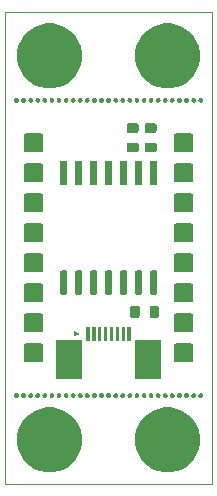
<source format=gts>
G04 #@! TF.GenerationSoftware,KiCad,Pcbnew,(5.1.5-0-10_14)*
G04 #@! TF.CreationDate,2020-04-10T20:26:08+03:00*
G04 #@! TF.ProjectId,connector-breakout-a1,636f6e6e-6563-4746-9f72-2d627265616b,rev?*
G04 #@! TF.SameCoordinates,Original*
G04 #@! TF.FileFunction,Soldermask,Top*
G04 #@! TF.FilePolarity,Negative*
%FSLAX46Y46*%
G04 Gerber Fmt 4.6, Leading zero omitted, Abs format (unit mm)*
G04 Created by KiCad (PCBNEW (5.1.5-0-10_14)) date 2020-04-10 20:26:08*
%MOMM*%
%LPD*%
G04 APERTURE LIST*
%ADD10C,0.010000*%
%ADD11C,0.100000*%
G04 APERTURE END LIST*
D10*
X100749999Y-110990000D02*
X83250001Y-110990000D01*
X83250001Y-110990000D02*
X83250000Y-70990000D01*
X100750001Y-70990000D02*
X100749999Y-110990000D01*
X83250000Y-70990000D02*
X100750000Y-70990000D01*
D11*
G36*
X97802144Y-104595680D02*
G01*
X98302612Y-104802981D01*
X98510805Y-104942091D01*
X98753023Y-105103936D01*
X99136064Y-105486977D01*
X99136065Y-105486979D01*
X99437019Y-105937388D01*
X99644320Y-106437856D01*
X99750000Y-106969147D01*
X99750000Y-107510853D01*
X99644320Y-108042144D01*
X99437019Y-108542612D01*
X99437018Y-108542613D01*
X99136064Y-108993023D01*
X98753023Y-109376064D01*
X98691925Y-109416888D01*
X98302612Y-109677019D01*
X97802144Y-109884320D01*
X97270853Y-109990000D01*
X96729147Y-109990000D01*
X96197856Y-109884320D01*
X95697388Y-109677019D01*
X95308075Y-109416888D01*
X95246977Y-109376064D01*
X94863936Y-108993023D01*
X94562982Y-108542613D01*
X94562981Y-108542612D01*
X94355680Y-108042144D01*
X94250000Y-107510853D01*
X94250000Y-106969147D01*
X94355680Y-106437856D01*
X94562981Y-105937388D01*
X94863935Y-105486979D01*
X94863936Y-105486977D01*
X95246977Y-105103936D01*
X95489195Y-104942091D01*
X95697388Y-104802981D01*
X96197856Y-104595680D01*
X96729147Y-104490000D01*
X97270853Y-104490000D01*
X97802144Y-104595680D01*
G37*
G36*
X87802144Y-104595680D02*
G01*
X88302612Y-104802981D01*
X88510805Y-104942091D01*
X88753023Y-105103936D01*
X89136064Y-105486977D01*
X89136065Y-105486979D01*
X89437019Y-105937388D01*
X89644320Y-106437856D01*
X89750000Y-106969147D01*
X89750000Y-107510853D01*
X89644320Y-108042144D01*
X89437019Y-108542612D01*
X89437018Y-108542613D01*
X89136064Y-108993023D01*
X88753023Y-109376064D01*
X88691925Y-109416888D01*
X88302612Y-109677019D01*
X87802144Y-109884320D01*
X87270853Y-109990000D01*
X86729147Y-109990000D01*
X86197856Y-109884320D01*
X85697388Y-109677019D01*
X85308075Y-109416888D01*
X85246977Y-109376064D01*
X84863936Y-108993023D01*
X84562982Y-108542613D01*
X84562981Y-108542612D01*
X84355680Y-108042144D01*
X84250000Y-107510853D01*
X84250000Y-106969147D01*
X84355680Y-106437856D01*
X84562981Y-105937388D01*
X84863935Y-105486979D01*
X84863936Y-105486977D01*
X85246977Y-105103936D01*
X85489195Y-104942091D01*
X85697388Y-104802981D01*
X86197856Y-104595680D01*
X86729147Y-104490000D01*
X87270853Y-104490000D01*
X87802144Y-104595680D01*
G37*
G36*
X89058338Y-103297685D02*
G01*
X89094736Y-103312762D01*
X89127488Y-103334646D01*
X89127490Y-103334648D01*
X89127493Y-103334650D01*
X89155350Y-103362507D01*
X89155352Y-103362510D01*
X89155354Y-103362512D01*
X89177238Y-103395264D01*
X89192315Y-103431662D01*
X89200000Y-103470300D01*
X89200000Y-103509700D01*
X89192315Y-103548338D01*
X89177238Y-103584736D01*
X89155354Y-103617488D01*
X89155352Y-103617490D01*
X89155350Y-103617493D01*
X89127493Y-103645350D01*
X89127490Y-103645352D01*
X89127488Y-103645354D01*
X89094736Y-103667238D01*
X89058338Y-103682315D01*
X89019700Y-103690000D01*
X88980300Y-103690000D01*
X88941662Y-103682315D01*
X88905264Y-103667238D01*
X88872512Y-103645354D01*
X88872510Y-103645352D01*
X88872507Y-103645350D01*
X88844650Y-103617493D01*
X88844648Y-103617490D01*
X88844646Y-103617488D01*
X88822762Y-103584736D01*
X88807685Y-103548338D01*
X88800000Y-103509700D01*
X88800000Y-103470300D01*
X88807685Y-103431662D01*
X88822762Y-103395264D01*
X88844646Y-103362512D01*
X88844648Y-103362510D01*
X88844650Y-103362507D01*
X88872507Y-103334650D01*
X88872510Y-103334648D01*
X88872512Y-103334646D01*
X88905264Y-103312762D01*
X88941662Y-103297685D01*
X88980300Y-103290000D01*
X89019700Y-103290000D01*
X89058338Y-103297685D01*
G37*
G36*
X88458338Y-103297685D02*
G01*
X88494736Y-103312762D01*
X88527488Y-103334646D01*
X88527490Y-103334648D01*
X88527493Y-103334650D01*
X88555350Y-103362507D01*
X88555352Y-103362510D01*
X88555354Y-103362512D01*
X88577238Y-103395264D01*
X88592315Y-103431662D01*
X88600000Y-103470300D01*
X88600000Y-103509700D01*
X88592315Y-103548338D01*
X88577238Y-103584736D01*
X88555354Y-103617488D01*
X88555352Y-103617490D01*
X88555350Y-103617493D01*
X88527493Y-103645350D01*
X88527490Y-103645352D01*
X88527488Y-103645354D01*
X88494736Y-103667238D01*
X88458338Y-103682315D01*
X88419700Y-103690000D01*
X88380300Y-103690000D01*
X88341662Y-103682315D01*
X88305264Y-103667238D01*
X88272512Y-103645354D01*
X88272510Y-103645352D01*
X88272507Y-103645350D01*
X88244650Y-103617493D01*
X88244648Y-103617490D01*
X88244646Y-103617488D01*
X88222762Y-103584736D01*
X88207685Y-103548338D01*
X88200000Y-103509700D01*
X88200000Y-103470300D01*
X88207685Y-103431662D01*
X88222762Y-103395264D01*
X88244646Y-103362512D01*
X88244648Y-103362510D01*
X88244650Y-103362507D01*
X88272507Y-103334650D01*
X88272510Y-103334648D01*
X88272512Y-103334646D01*
X88305264Y-103312762D01*
X88341662Y-103297685D01*
X88380300Y-103290000D01*
X88419700Y-103290000D01*
X88458338Y-103297685D01*
G37*
G36*
X87858338Y-103297685D02*
G01*
X87894736Y-103312762D01*
X87927488Y-103334646D01*
X87927490Y-103334648D01*
X87927493Y-103334650D01*
X87955350Y-103362507D01*
X87955352Y-103362510D01*
X87955354Y-103362512D01*
X87977238Y-103395264D01*
X87992315Y-103431662D01*
X88000000Y-103470300D01*
X88000000Y-103509700D01*
X87992315Y-103548338D01*
X87977238Y-103584736D01*
X87955354Y-103617488D01*
X87955352Y-103617490D01*
X87955350Y-103617493D01*
X87927493Y-103645350D01*
X87927490Y-103645352D01*
X87927488Y-103645354D01*
X87894736Y-103667238D01*
X87858338Y-103682315D01*
X87819700Y-103690000D01*
X87780300Y-103690000D01*
X87741662Y-103682315D01*
X87705264Y-103667238D01*
X87672512Y-103645354D01*
X87672510Y-103645352D01*
X87672507Y-103645350D01*
X87644650Y-103617493D01*
X87644648Y-103617490D01*
X87644646Y-103617488D01*
X87622762Y-103584736D01*
X87607685Y-103548338D01*
X87600000Y-103509700D01*
X87600000Y-103470300D01*
X87607685Y-103431662D01*
X87622762Y-103395264D01*
X87644646Y-103362512D01*
X87644648Y-103362510D01*
X87644650Y-103362507D01*
X87672507Y-103334650D01*
X87672510Y-103334648D01*
X87672512Y-103334646D01*
X87705264Y-103312762D01*
X87741662Y-103297685D01*
X87780300Y-103290000D01*
X87819700Y-103290000D01*
X87858338Y-103297685D01*
G37*
G36*
X87258338Y-103297685D02*
G01*
X87294736Y-103312762D01*
X87327488Y-103334646D01*
X87327490Y-103334648D01*
X87327493Y-103334650D01*
X87355350Y-103362507D01*
X87355352Y-103362510D01*
X87355354Y-103362512D01*
X87377238Y-103395264D01*
X87392315Y-103431662D01*
X87400000Y-103470300D01*
X87400000Y-103509700D01*
X87392315Y-103548338D01*
X87377238Y-103584736D01*
X87355354Y-103617488D01*
X87355352Y-103617490D01*
X87355350Y-103617493D01*
X87327493Y-103645350D01*
X87327490Y-103645352D01*
X87327488Y-103645354D01*
X87294736Y-103667238D01*
X87258338Y-103682315D01*
X87219700Y-103690000D01*
X87180300Y-103690000D01*
X87141662Y-103682315D01*
X87105264Y-103667238D01*
X87072512Y-103645354D01*
X87072510Y-103645352D01*
X87072507Y-103645350D01*
X87044650Y-103617493D01*
X87044648Y-103617490D01*
X87044646Y-103617488D01*
X87022762Y-103584736D01*
X87007685Y-103548338D01*
X87000000Y-103509700D01*
X87000000Y-103470300D01*
X87007685Y-103431662D01*
X87022762Y-103395264D01*
X87044646Y-103362512D01*
X87044648Y-103362510D01*
X87044650Y-103362507D01*
X87072507Y-103334650D01*
X87072510Y-103334648D01*
X87072512Y-103334646D01*
X87105264Y-103312762D01*
X87141662Y-103297685D01*
X87180300Y-103290000D01*
X87219700Y-103290000D01*
X87258338Y-103297685D01*
G37*
G36*
X86658338Y-103297685D02*
G01*
X86694736Y-103312762D01*
X86727488Y-103334646D01*
X86727490Y-103334648D01*
X86727493Y-103334650D01*
X86755350Y-103362507D01*
X86755352Y-103362510D01*
X86755354Y-103362512D01*
X86777238Y-103395264D01*
X86792315Y-103431662D01*
X86800000Y-103470300D01*
X86800000Y-103509700D01*
X86792315Y-103548338D01*
X86777238Y-103584736D01*
X86755354Y-103617488D01*
X86755352Y-103617490D01*
X86755350Y-103617493D01*
X86727493Y-103645350D01*
X86727490Y-103645352D01*
X86727488Y-103645354D01*
X86694736Y-103667238D01*
X86658338Y-103682315D01*
X86619700Y-103690000D01*
X86580300Y-103690000D01*
X86541662Y-103682315D01*
X86505264Y-103667238D01*
X86472512Y-103645354D01*
X86472510Y-103645352D01*
X86472507Y-103645350D01*
X86444650Y-103617493D01*
X86444648Y-103617490D01*
X86444646Y-103617488D01*
X86422762Y-103584736D01*
X86407685Y-103548338D01*
X86400000Y-103509700D01*
X86400000Y-103470300D01*
X86407685Y-103431662D01*
X86422762Y-103395264D01*
X86444646Y-103362512D01*
X86444648Y-103362510D01*
X86444650Y-103362507D01*
X86472507Y-103334650D01*
X86472510Y-103334648D01*
X86472512Y-103334646D01*
X86505264Y-103312762D01*
X86541662Y-103297685D01*
X86580300Y-103290000D01*
X86619700Y-103290000D01*
X86658338Y-103297685D01*
G37*
G36*
X86058338Y-103297685D02*
G01*
X86094736Y-103312762D01*
X86127488Y-103334646D01*
X86127490Y-103334648D01*
X86127493Y-103334650D01*
X86155350Y-103362507D01*
X86155352Y-103362510D01*
X86155354Y-103362512D01*
X86177238Y-103395264D01*
X86192315Y-103431662D01*
X86200000Y-103470300D01*
X86200000Y-103509700D01*
X86192315Y-103548338D01*
X86177238Y-103584736D01*
X86155354Y-103617488D01*
X86155352Y-103617490D01*
X86155350Y-103617493D01*
X86127493Y-103645350D01*
X86127490Y-103645352D01*
X86127488Y-103645354D01*
X86094736Y-103667238D01*
X86058338Y-103682315D01*
X86019700Y-103690000D01*
X85980300Y-103690000D01*
X85941662Y-103682315D01*
X85905264Y-103667238D01*
X85872512Y-103645354D01*
X85872510Y-103645352D01*
X85872507Y-103645350D01*
X85844650Y-103617493D01*
X85844648Y-103617490D01*
X85844646Y-103617488D01*
X85822762Y-103584736D01*
X85807685Y-103548338D01*
X85800000Y-103509700D01*
X85800000Y-103470300D01*
X85807685Y-103431662D01*
X85822762Y-103395264D01*
X85844646Y-103362512D01*
X85844648Y-103362510D01*
X85844650Y-103362507D01*
X85872507Y-103334650D01*
X85872510Y-103334648D01*
X85872512Y-103334646D01*
X85905264Y-103312762D01*
X85941662Y-103297685D01*
X85980300Y-103290000D01*
X86019700Y-103290000D01*
X86058338Y-103297685D01*
G37*
G36*
X85458338Y-103297685D02*
G01*
X85494736Y-103312762D01*
X85527488Y-103334646D01*
X85527490Y-103334648D01*
X85527493Y-103334650D01*
X85555350Y-103362507D01*
X85555352Y-103362510D01*
X85555354Y-103362512D01*
X85577238Y-103395264D01*
X85592315Y-103431662D01*
X85600000Y-103470300D01*
X85600000Y-103509700D01*
X85592315Y-103548338D01*
X85577238Y-103584736D01*
X85555354Y-103617488D01*
X85555352Y-103617490D01*
X85555350Y-103617493D01*
X85527493Y-103645350D01*
X85527490Y-103645352D01*
X85527488Y-103645354D01*
X85494736Y-103667238D01*
X85458338Y-103682315D01*
X85419700Y-103690000D01*
X85380300Y-103690000D01*
X85341662Y-103682315D01*
X85305264Y-103667238D01*
X85272512Y-103645354D01*
X85272510Y-103645352D01*
X85272507Y-103645350D01*
X85244650Y-103617493D01*
X85244648Y-103617490D01*
X85244646Y-103617488D01*
X85222762Y-103584736D01*
X85207685Y-103548338D01*
X85200000Y-103509700D01*
X85200000Y-103470300D01*
X85207685Y-103431662D01*
X85222762Y-103395264D01*
X85244646Y-103362512D01*
X85244648Y-103362510D01*
X85244650Y-103362507D01*
X85272507Y-103334650D01*
X85272510Y-103334648D01*
X85272512Y-103334646D01*
X85305264Y-103312762D01*
X85341662Y-103297685D01*
X85380300Y-103290000D01*
X85419700Y-103290000D01*
X85458338Y-103297685D01*
G37*
G36*
X84858338Y-103297685D02*
G01*
X84894736Y-103312762D01*
X84927488Y-103334646D01*
X84927490Y-103334648D01*
X84927493Y-103334650D01*
X84955350Y-103362507D01*
X84955352Y-103362510D01*
X84955354Y-103362512D01*
X84977238Y-103395264D01*
X84992315Y-103431662D01*
X85000000Y-103470300D01*
X85000000Y-103509700D01*
X84992315Y-103548338D01*
X84977238Y-103584736D01*
X84955354Y-103617488D01*
X84955352Y-103617490D01*
X84955350Y-103617493D01*
X84927493Y-103645350D01*
X84927490Y-103645352D01*
X84927488Y-103645354D01*
X84894736Y-103667238D01*
X84858338Y-103682315D01*
X84819700Y-103690000D01*
X84780300Y-103690000D01*
X84741662Y-103682315D01*
X84705264Y-103667238D01*
X84672512Y-103645354D01*
X84672510Y-103645352D01*
X84672507Y-103645350D01*
X84644650Y-103617493D01*
X84644648Y-103617490D01*
X84644646Y-103617488D01*
X84622762Y-103584736D01*
X84607685Y-103548338D01*
X84600000Y-103509700D01*
X84600000Y-103470300D01*
X84607685Y-103431662D01*
X84622762Y-103395264D01*
X84644646Y-103362512D01*
X84644648Y-103362510D01*
X84644650Y-103362507D01*
X84672507Y-103334650D01*
X84672510Y-103334648D01*
X84672512Y-103334646D01*
X84705264Y-103312762D01*
X84741662Y-103297685D01*
X84780300Y-103290000D01*
X84819700Y-103290000D01*
X84858338Y-103297685D01*
G37*
G36*
X84258338Y-103297685D02*
G01*
X84294736Y-103312762D01*
X84327488Y-103334646D01*
X84327490Y-103334648D01*
X84327493Y-103334650D01*
X84355350Y-103362507D01*
X84355352Y-103362510D01*
X84355354Y-103362512D01*
X84377238Y-103395264D01*
X84392315Y-103431662D01*
X84400000Y-103470300D01*
X84400000Y-103509700D01*
X84392315Y-103548338D01*
X84377238Y-103584736D01*
X84355354Y-103617488D01*
X84355352Y-103617490D01*
X84355350Y-103617493D01*
X84327493Y-103645350D01*
X84327490Y-103645352D01*
X84327488Y-103645354D01*
X84294736Y-103667238D01*
X84258338Y-103682315D01*
X84219700Y-103690000D01*
X84180300Y-103690000D01*
X84141662Y-103682315D01*
X84105264Y-103667238D01*
X84072512Y-103645354D01*
X84072510Y-103645352D01*
X84072507Y-103645350D01*
X84044650Y-103617493D01*
X84044648Y-103617490D01*
X84044646Y-103617488D01*
X84022762Y-103584736D01*
X84007685Y-103548338D01*
X84000000Y-103509700D01*
X84000000Y-103470300D01*
X84007685Y-103431662D01*
X84022762Y-103395264D01*
X84044646Y-103362512D01*
X84044648Y-103362510D01*
X84044650Y-103362507D01*
X84072507Y-103334650D01*
X84072510Y-103334648D01*
X84072512Y-103334646D01*
X84105264Y-103312762D01*
X84141662Y-103297685D01*
X84180300Y-103290000D01*
X84219700Y-103290000D01*
X84258338Y-103297685D01*
G37*
G36*
X92058338Y-103297685D02*
G01*
X92094736Y-103312762D01*
X92127488Y-103334646D01*
X92127490Y-103334648D01*
X92127493Y-103334650D01*
X92155350Y-103362507D01*
X92155352Y-103362510D01*
X92155354Y-103362512D01*
X92177238Y-103395264D01*
X92192315Y-103431662D01*
X92200000Y-103470300D01*
X92200000Y-103509700D01*
X92192315Y-103548338D01*
X92177238Y-103584736D01*
X92155354Y-103617488D01*
X92155352Y-103617490D01*
X92155350Y-103617493D01*
X92127493Y-103645350D01*
X92127490Y-103645352D01*
X92127488Y-103645354D01*
X92094736Y-103667238D01*
X92058338Y-103682315D01*
X92019700Y-103690000D01*
X91980300Y-103690000D01*
X91941662Y-103682315D01*
X91905264Y-103667238D01*
X91872512Y-103645354D01*
X91872510Y-103645352D01*
X91872507Y-103645350D01*
X91844650Y-103617493D01*
X91844648Y-103617490D01*
X91844646Y-103617488D01*
X91822762Y-103584736D01*
X91807685Y-103548338D01*
X91800000Y-103509700D01*
X91800000Y-103470300D01*
X91807685Y-103431662D01*
X91822762Y-103395264D01*
X91844646Y-103362512D01*
X91844648Y-103362510D01*
X91844650Y-103362507D01*
X91872507Y-103334650D01*
X91872510Y-103334648D01*
X91872512Y-103334646D01*
X91905264Y-103312762D01*
X91941662Y-103297685D01*
X91980300Y-103290000D01*
X92019700Y-103290000D01*
X92058338Y-103297685D01*
G37*
G36*
X92658338Y-103297685D02*
G01*
X92694736Y-103312762D01*
X92727488Y-103334646D01*
X92727490Y-103334648D01*
X92727493Y-103334650D01*
X92755350Y-103362507D01*
X92755352Y-103362510D01*
X92755354Y-103362512D01*
X92777238Y-103395264D01*
X92792315Y-103431662D01*
X92800000Y-103470300D01*
X92800000Y-103509700D01*
X92792315Y-103548338D01*
X92777238Y-103584736D01*
X92755354Y-103617488D01*
X92755352Y-103617490D01*
X92755350Y-103617493D01*
X92727493Y-103645350D01*
X92727490Y-103645352D01*
X92727488Y-103645354D01*
X92694736Y-103667238D01*
X92658338Y-103682315D01*
X92619700Y-103690000D01*
X92580300Y-103690000D01*
X92541662Y-103682315D01*
X92505264Y-103667238D01*
X92472512Y-103645354D01*
X92472510Y-103645352D01*
X92472507Y-103645350D01*
X92444650Y-103617493D01*
X92444648Y-103617490D01*
X92444646Y-103617488D01*
X92422762Y-103584736D01*
X92407685Y-103548338D01*
X92400000Y-103509700D01*
X92400000Y-103470300D01*
X92407685Y-103431662D01*
X92422762Y-103395264D01*
X92444646Y-103362512D01*
X92444648Y-103362510D01*
X92444650Y-103362507D01*
X92472507Y-103334650D01*
X92472510Y-103334648D01*
X92472512Y-103334646D01*
X92505264Y-103312762D01*
X92541662Y-103297685D01*
X92580300Y-103290000D01*
X92619700Y-103290000D01*
X92658338Y-103297685D01*
G37*
G36*
X93258338Y-103297685D02*
G01*
X93294736Y-103312762D01*
X93327488Y-103334646D01*
X93327490Y-103334648D01*
X93327493Y-103334650D01*
X93355350Y-103362507D01*
X93355352Y-103362510D01*
X93355354Y-103362512D01*
X93377238Y-103395264D01*
X93392315Y-103431662D01*
X93400000Y-103470300D01*
X93400000Y-103509700D01*
X93392315Y-103548338D01*
X93377238Y-103584736D01*
X93355354Y-103617488D01*
X93355352Y-103617490D01*
X93355350Y-103617493D01*
X93327493Y-103645350D01*
X93327490Y-103645352D01*
X93327488Y-103645354D01*
X93294736Y-103667238D01*
X93258338Y-103682315D01*
X93219700Y-103690000D01*
X93180300Y-103690000D01*
X93141662Y-103682315D01*
X93105264Y-103667238D01*
X93072512Y-103645354D01*
X93072510Y-103645352D01*
X93072507Y-103645350D01*
X93044650Y-103617493D01*
X93044648Y-103617490D01*
X93044646Y-103617488D01*
X93022762Y-103584736D01*
X93007685Y-103548338D01*
X93000000Y-103509700D01*
X93000000Y-103470300D01*
X93007685Y-103431662D01*
X93022762Y-103395264D01*
X93044646Y-103362512D01*
X93044648Y-103362510D01*
X93044650Y-103362507D01*
X93072507Y-103334650D01*
X93072510Y-103334648D01*
X93072512Y-103334646D01*
X93105264Y-103312762D01*
X93141662Y-103297685D01*
X93180300Y-103290000D01*
X93219700Y-103290000D01*
X93258338Y-103297685D01*
G37*
G36*
X93858338Y-103297685D02*
G01*
X93894736Y-103312762D01*
X93927488Y-103334646D01*
X93927490Y-103334648D01*
X93927493Y-103334650D01*
X93955350Y-103362507D01*
X93955352Y-103362510D01*
X93955354Y-103362512D01*
X93977238Y-103395264D01*
X93992315Y-103431662D01*
X94000000Y-103470300D01*
X94000000Y-103509700D01*
X93992315Y-103548338D01*
X93977238Y-103584736D01*
X93955354Y-103617488D01*
X93955352Y-103617490D01*
X93955350Y-103617493D01*
X93927493Y-103645350D01*
X93927490Y-103645352D01*
X93927488Y-103645354D01*
X93894736Y-103667238D01*
X93858338Y-103682315D01*
X93819700Y-103690000D01*
X93780300Y-103690000D01*
X93741662Y-103682315D01*
X93705264Y-103667238D01*
X93672512Y-103645354D01*
X93672510Y-103645352D01*
X93672507Y-103645350D01*
X93644650Y-103617493D01*
X93644648Y-103617490D01*
X93644646Y-103617488D01*
X93622762Y-103584736D01*
X93607685Y-103548338D01*
X93600000Y-103509700D01*
X93600000Y-103470300D01*
X93607685Y-103431662D01*
X93622762Y-103395264D01*
X93644646Y-103362512D01*
X93644648Y-103362510D01*
X93644650Y-103362507D01*
X93672507Y-103334650D01*
X93672510Y-103334648D01*
X93672512Y-103334646D01*
X93705264Y-103312762D01*
X93741662Y-103297685D01*
X93780300Y-103290000D01*
X93819700Y-103290000D01*
X93858338Y-103297685D01*
G37*
G36*
X94458338Y-103297685D02*
G01*
X94494736Y-103312762D01*
X94527488Y-103334646D01*
X94527490Y-103334648D01*
X94527493Y-103334650D01*
X94555350Y-103362507D01*
X94555352Y-103362510D01*
X94555354Y-103362512D01*
X94577238Y-103395264D01*
X94592315Y-103431662D01*
X94600000Y-103470300D01*
X94600000Y-103509700D01*
X94592315Y-103548338D01*
X94577238Y-103584736D01*
X94555354Y-103617488D01*
X94555352Y-103617490D01*
X94555350Y-103617493D01*
X94527493Y-103645350D01*
X94527490Y-103645352D01*
X94527488Y-103645354D01*
X94494736Y-103667238D01*
X94458338Y-103682315D01*
X94419700Y-103690000D01*
X94380300Y-103690000D01*
X94341662Y-103682315D01*
X94305264Y-103667238D01*
X94272512Y-103645354D01*
X94272510Y-103645352D01*
X94272507Y-103645350D01*
X94244650Y-103617493D01*
X94244648Y-103617490D01*
X94244646Y-103617488D01*
X94222762Y-103584736D01*
X94207685Y-103548338D01*
X94200000Y-103509700D01*
X94200000Y-103470300D01*
X94207685Y-103431662D01*
X94222762Y-103395264D01*
X94244646Y-103362512D01*
X94244648Y-103362510D01*
X94244650Y-103362507D01*
X94272507Y-103334650D01*
X94272510Y-103334648D01*
X94272512Y-103334646D01*
X94305264Y-103312762D01*
X94341662Y-103297685D01*
X94380300Y-103290000D01*
X94419700Y-103290000D01*
X94458338Y-103297685D01*
G37*
G36*
X95058338Y-103297685D02*
G01*
X95094736Y-103312762D01*
X95127488Y-103334646D01*
X95127490Y-103334648D01*
X95127493Y-103334650D01*
X95155350Y-103362507D01*
X95155352Y-103362510D01*
X95155354Y-103362512D01*
X95177238Y-103395264D01*
X95192315Y-103431662D01*
X95200000Y-103470300D01*
X95200000Y-103509700D01*
X95192315Y-103548338D01*
X95177238Y-103584736D01*
X95155354Y-103617488D01*
X95155352Y-103617490D01*
X95155350Y-103617493D01*
X95127493Y-103645350D01*
X95127490Y-103645352D01*
X95127488Y-103645354D01*
X95094736Y-103667238D01*
X95058338Y-103682315D01*
X95019700Y-103690000D01*
X94980300Y-103690000D01*
X94941662Y-103682315D01*
X94905264Y-103667238D01*
X94872512Y-103645354D01*
X94872510Y-103645352D01*
X94872507Y-103645350D01*
X94844650Y-103617493D01*
X94844648Y-103617490D01*
X94844646Y-103617488D01*
X94822762Y-103584736D01*
X94807685Y-103548338D01*
X94800000Y-103509700D01*
X94800000Y-103470300D01*
X94807685Y-103431662D01*
X94822762Y-103395264D01*
X94844646Y-103362512D01*
X94844648Y-103362510D01*
X94844650Y-103362507D01*
X94872507Y-103334650D01*
X94872510Y-103334648D01*
X94872512Y-103334646D01*
X94905264Y-103312762D01*
X94941662Y-103297685D01*
X94980300Y-103290000D01*
X95019700Y-103290000D01*
X95058338Y-103297685D01*
G37*
G36*
X95658338Y-103297685D02*
G01*
X95694736Y-103312762D01*
X95727488Y-103334646D01*
X95727490Y-103334648D01*
X95727493Y-103334650D01*
X95755350Y-103362507D01*
X95755352Y-103362510D01*
X95755354Y-103362512D01*
X95777238Y-103395264D01*
X95792315Y-103431662D01*
X95800000Y-103470300D01*
X95800000Y-103509700D01*
X95792315Y-103548338D01*
X95777238Y-103584736D01*
X95755354Y-103617488D01*
X95755352Y-103617490D01*
X95755350Y-103617493D01*
X95727493Y-103645350D01*
X95727490Y-103645352D01*
X95727488Y-103645354D01*
X95694736Y-103667238D01*
X95658338Y-103682315D01*
X95619700Y-103690000D01*
X95580300Y-103690000D01*
X95541662Y-103682315D01*
X95505264Y-103667238D01*
X95472512Y-103645354D01*
X95472510Y-103645352D01*
X95472507Y-103645350D01*
X95444650Y-103617493D01*
X95444648Y-103617490D01*
X95444646Y-103617488D01*
X95422762Y-103584736D01*
X95407685Y-103548338D01*
X95400000Y-103509700D01*
X95400000Y-103470300D01*
X95407685Y-103431662D01*
X95422762Y-103395264D01*
X95444646Y-103362512D01*
X95444648Y-103362510D01*
X95444650Y-103362507D01*
X95472507Y-103334650D01*
X95472510Y-103334648D01*
X95472512Y-103334646D01*
X95505264Y-103312762D01*
X95541662Y-103297685D01*
X95580300Y-103290000D01*
X95619700Y-103290000D01*
X95658338Y-103297685D01*
G37*
G36*
X96258338Y-103297685D02*
G01*
X96294736Y-103312762D01*
X96327488Y-103334646D01*
X96327490Y-103334648D01*
X96327493Y-103334650D01*
X96355350Y-103362507D01*
X96355352Y-103362510D01*
X96355354Y-103362512D01*
X96377238Y-103395264D01*
X96392315Y-103431662D01*
X96400000Y-103470300D01*
X96400000Y-103509700D01*
X96392315Y-103548338D01*
X96377238Y-103584736D01*
X96355354Y-103617488D01*
X96355352Y-103617490D01*
X96355350Y-103617493D01*
X96327493Y-103645350D01*
X96327490Y-103645352D01*
X96327488Y-103645354D01*
X96294736Y-103667238D01*
X96258338Y-103682315D01*
X96219700Y-103690000D01*
X96180300Y-103690000D01*
X96141662Y-103682315D01*
X96105264Y-103667238D01*
X96072512Y-103645354D01*
X96072510Y-103645352D01*
X96072507Y-103645350D01*
X96044650Y-103617493D01*
X96044648Y-103617490D01*
X96044646Y-103617488D01*
X96022762Y-103584736D01*
X96007685Y-103548338D01*
X96000000Y-103509700D01*
X96000000Y-103470300D01*
X96007685Y-103431662D01*
X96022762Y-103395264D01*
X96044646Y-103362512D01*
X96044648Y-103362510D01*
X96044650Y-103362507D01*
X96072507Y-103334650D01*
X96072510Y-103334648D01*
X96072512Y-103334646D01*
X96105264Y-103312762D01*
X96141662Y-103297685D01*
X96180300Y-103290000D01*
X96219700Y-103290000D01*
X96258338Y-103297685D01*
G37*
G36*
X96858338Y-103297685D02*
G01*
X96894736Y-103312762D01*
X96927488Y-103334646D01*
X96927490Y-103334648D01*
X96927493Y-103334650D01*
X96955350Y-103362507D01*
X96955352Y-103362510D01*
X96955354Y-103362512D01*
X96977238Y-103395264D01*
X96992315Y-103431662D01*
X97000000Y-103470300D01*
X97000000Y-103509700D01*
X96992315Y-103548338D01*
X96977238Y-103584736D01*
X96955354Y-103617488D01*
X96955352Y-103617490D01*
X96955350Y-103617493D01*
X96927493Y-103645350D01*
X96927490Y-103645352D01*
X96927488Y-103645354D01*
X96894736Y-103667238D01*
X96858338Y-103682315D01*
X96819700Y-103690000D01*
X96780300Y-103690000D01*
X96741662Y-103682315D01*
X96705264Y-103667238D01*
X96672512Y-103645354D01*
X96672510Y-103645352D01*
X96672507Y-103645350D01*
X96644650Y-103617493D01*
X96644648Y-103617490D01*
X96644646Y-103617488D01*
X96622762Y-103584736D01*
X96607685Y-103548338D01*
X96600000Y-103509700D01*
X96600000Y-103470300D01*
X96607685Y-103431662D01*
X96622762Y-103395264D01*
X96644646Y-103362512D01*
X96644648Y-103362510D01*
X96644650Y-103362507D01*
X96672507Y-103334650D01*
X96672510Y-103334648D01*
X96672512Y-103334646D01*
X96705264Y-103312762D01*
X96741662Y-103297685D01*
X96780300Y-103290000D01*
X96819700Y-103290000D01*
X96858338Y-103297685D01*
G37*
G36*
X97458338Y-103297685D02*
G01*
X97494736Y-103312762D01*
X97527488Y-103334646D01*
X97527490Y-103334648D01*
X97527493Y-103334650D01*
X97555350Y-103362507D01*
X97555352Y-103362510D01*
X97555354Y-103362512D01*
X97577238Y-103395264D01*
X97592315Y-103431662D01*
X97600000Y-103470300D01*
X97600000Y-103509700D01*
X97592315Y-103548338D01*
X97577238Y-103584736D01*
X97555354Y-103617488D01*
X97555352Y-103617490D01*
X97555350Y-103617493D01*
X97527493Y-103645350D01*
X97527490Y-103645352D01*
X97527488Y-103645354D01*
X97494736Y-103667238D01*
X97458338Y-103682315D01*
X97419700Y-103690000D01*
X97380300Y-103690000D01*
X97341662Y-103682315D01*
X97305264Y-103667238D01*
X97272512Y-103645354D01*
X97272510Y-103645352D01*
X97272507Y-103645350D01*
X97244650Y-103617493D01*
X97244648Y-103617490D01*
X97244646Y-103617488D01*
X97222762Y-103584736D01*
X97207685Y-103548338D01*
X97200000Y-103509700D01*
X97200000Y-103470300D01*
X97207685Y-103431662D01*
X97222762Y-103395264D01*
X97244646Y-103362512D01*
X97244648Y-103362510D01*
X97244650Y-103362507D01*
X97272507Y-103334650D01*
X97272510Y-103334648D01*
X97272512Y-103334646D01*
X97305264Y-103312762D01*
X97341662Y-103297685D01*
X97380300Y-103290000D01*
X97419700Y-103290000D01*
X97458338Y-103297685D01*
G37*
G36*
X98058338Y-103297685D02*
G01*
X98094736Y-103312762D01*
X98127488Y-103334646D01*
X98127490Y-103334648D01*
X98127493Y-103334650D01*
X98155350Y-103362507D01*
X98155352Y-103362510D01*
X98155354Y-103362512D01*
X98177238Y-103395264D01*
X98192315Y-103431662D01*
X98200000Y-103470300D01*
X98200000Y-103509700D01*
X98192315Y-103548338D01*
X98177238Y-103584736D01*
X98155354Y-103617488D01*
X98155352Y-103617490D01*
X98155350Y-103617493D01*
X98127493Y-103645350D01*
X98127490Y-103645352D01*
X98127488Y-103645354D01*
X98094736Y-103667238D01*
X98058338Y-103682315D01*
X98019700Y-103690000D01*
X97980300Y-103690000D01*
X97941662Y-103682315D01*
X97905264Y-103667238D01*
X97872512Y-103645354D01*
X97872510Y-103645352D01*
X97872507Y-103645350D01*
X97844650Y-103617493D01*
X97844648Y-103617490D01*
X97844646Y-103617488D01*
X97822762Y-103584736D01*
X97807685Y-103548338D01*
X97800000Y-103509700D01*
X97800000Y-103470300D01*
X97807685Y-103431662D01*
X97822762Y-103395264D01*
X97844646Y-103362512D01*
X97844648Y-103362510D01*
X97844650Y-103362507D01*
X97872507Y-103334650D01*
X97872510Y-103334648D01*
X97872512Y-103334646D01*
X97905264Y-103312762D01*
X97941662Y-103297685D01*
X97980300Y-103290000D01*
X98019700Y-103290000D01*
X98058338Y-103297685D01*
G37*
G36*
X98658338Y-103297685D02*
G01*
X98694736Y-103312762D01*
X98727488Y-103334646D01*
X98727490Y-103334648D01*
X98727493Y-103334650D01*
X98755350Y-103362507D01*
X98755352Y-103362510D01*
X98755354Y-103362512D01*
X98777238Y-103395264D01*
X98792315Y-103431662D01*
X98800000Y-103470300D01*
X98800000Y-103509700D01*
X98792315Y-103548338D01*
X98777238Y-103584736D01*
X98755354Y-103617488D01*
X98755352Y-103617490D01*
X98755350Y-103617493D01*
X98727493Y-103645350D01*
X98727490Y-103645352D01*
X98727488Y-103645354D01*
X98694736Y-103667238D01*
X98658338Y-103682315D01*
X98619700Y-103690000D01*
X98580300Y-103690000D01*
X98541662Y-103682315D01*
X98505264Y-103667238D01*
X98472512Y-103645354D01*
X98472510Y-103645352D01*
X98472507Y-103645350D01*
X98444650Y-103617493D01*
X98444648Y-103617490D01*
X98444646Y-103617488D01*
X98422762Y-103584736D01*
X98407685Y-103548338D01*
X98400000Y-103509700D01*
X98400000Y-103470300D01*
X98407685Y-103431662D01*
X98422762Y-103395264D01*
X98444646Y-103362512D01*
X98444648Y-103362510D01*
X98444650Y-103362507D01*
X98472507Y-103334650D01*
X98472510Y-103334648D01*
X98472512Y-103334646D01*
X98505264Y-103312762D01*
X98541662Y-103297685D01*
X98580300Y-103290000D01*
X98619700Y-103290000D01*
X98658338Y-103297685D01*
G37*
G36*
X99258338Y-103297685D02*
G01*
X99294736Y-103312762D01*
X99327488Y-103334646D01*
X99327490Y-103334648D01*
X99327493Y-103334650D01*
X99355350Y-103362507D01*
X99355352Y-103362510D01*
X99355354Y-103362512D01*
X99377238Y-103395264D01*
X99392315Y-103431662D01*
X99400000Y-103470300D01*
X99400000Y-103509700D01*
X99392315Y-103548338D01*
X99377238Y-103584736D01*
X99355354Y-103617488D01*
X99355352Y-103617490D01*
X99355350Y-103617493D01*
X99327493Y-103645350D01*
X99327490Y-103645352D01*
X99327488Y-103645354D01*
X99294736Y-103667238D01*
X99258338Y-103682315D01*
X99219700Y-103690000D01*
X99180300Y-103690000D01*
X99141662Y-103682315D01*
X99105264Y-103667238D01*
X99072512Y-103645354D01*
X99072510Y-103645352D01*
X99072507Y-103645350D01*
X99044650Y-103617493D01*
X99044648Y-103617490D01*
X99044646Y-103617488D01*
X99022762Y-103584736D01*
X99007685Y-103548338D01*
X99000000Y-103509700D01*
X99000000Y-103470300D01*
X99007685Y-103431662D01*
X99022762Y-103395264D01*
X99044646Y-103362512D01*
X99044648Y-103362510D01*
X99044650Y-103362507D01*
X99072507Y-103334650D01*
X99072510Y-103334648D01*
X99072512Y-103334646D01*
X99105264Y-103312762D01*
X99141662Y-103297685D01*
X99180300Y-103290000D01*
X99219700Y-103290000D01*
X99258338Y-103297685D01*
G37*
G36*
X99858338Y-103297685D02*
G01*
X99894736Y-103312762D01*
X99927488Y-103334646D01*
X99927490Y-103334648D01*
X99927493Y-103334650D01*
X99955350Y-103362507D01*
X99955352Y-103362510D01*
X99955354Y-103362512D01*
X99977238Y-103395264D01*
X99992315Y-103431662D01*
X100000000Y-103470300D01*
X100000000Y-103509700D01*
X99992315Y-103548338D01*
X99977238Y-103584736D01*
X99955354Y-103617488D01*
X99955352Y-103617490D01*
X99955350Y-103617493D01*
X99927493Y-103645350D01*
X99927490Y-103645352D01*
X99927488Y-103645354D01*
X99894736Y-103667238D01*
X99858338Y-103682315D01*
X99819700Y-103690000D01*
X99780300Y-103690000D01*
X99741662Y-103682315D01*
X99705264Y-103667238D01*
X99672512Y-103645354D01*
X99672510Y-103645352D01*
X99672507Y-103645350D01*
X99644650Y-103617493D01*
X99644648Y-103617490D01*
X99644646Y-103617488D01*
X99622762Y-103584736D01*
X99607685Y-103548338D01*
X99600000Y-103509700D01*
X99600000Y-103470300D01*
X99607685Y-103431662D01*
X99622762Y-103395264D01*
X99644646Y-103362512D01*
X99644648Y-103362510D01*
X99644650Y-103362507D01*
X99672507Y-103334650D01*
X99672510Y-103334648D01*
X99672512Y-103334646D01*
X99705264Y-103312762D01*
X99741662Y-103297685D01*
X99780300Y-103290000D01*
X99819700Y-103290000D01*
X99858338Y-103297685D01*
G37*
G36*
X89658338Y-103297685D02*
G01*
X89694736Y-103312762D01*
X89727488Y-103334646D01*
X89727490Y-103334648D01*
X89727493Y-103334650D01*
X89755350Y-103362507D01*
X89755352Y-103362510D01*
X89755354Y-103362512D01*
X89777238Y-103395264D01*
X89792315Y-103431662D01*
X89800000Y-103470300D01*
X89800000Y-103509700D01*
X89792315Y-103548338D01*
X89777238Y-103584736D01*
X89755354Y-103617488D01*
X89755352Y-103617490D01*
X89755350Y-103617493D01*
X89727493Y-103645350D01*
X89727490Y-103645352D01*
X89727488Y-103645354D01*
X89694736Y-103667238D01*
X89658338Y-103682315D01*
X89619700Y-103690000D01*
X89580300Y-103690000D01*
X89541662Y-103682315D01*
X89505264Y-103667238D01*
X89472512Y-103645354D01*
X89472510Y-103645352D01*
X89472507Y-103645350D01*
X89444650Y-103617493D01*
X89444648Y-103617490D01*
X89444646Y-103617488D01*
X89422762Y-103584736D01*
X89407685Y-103548338D01*
X89400000Y-103509700D01*
X89400000Y-103470300D01*
X89407685Y-103431662D01*
X89422762Y-103395264D01*
X89444646Y-103362512D01*
X89444648Y-103362510D01*
X89444650Y-103362507D01*
X89472507Y-103334650D01*
X89472510Y-103334648D01*
X89472512Y-103334646D01*
X89505264Y-103312762D01*
X89541662Y-103297685D01*
X89580300Y-103290000D01*
X89619700Y-103290000D01*
X89658338Y-103297685D01*
G37*
G36*
X90258338Y-103297685D02*
G01*
X90294736Y-103312762D01*
X90327488Y-103334646D01*
X90327490Y-103334648D01*
X90327493Y-103334650D01*
X90355350Y-103362507D01*
X90355352Y-103362510D01*
X90355354Y-103362512D01*
X90377238Y-103395264D01*
X90392315Y-103431662D01*
X90400000Y-103470300D01*
X90400000Y-103509700D01*
X90392315Y-103548338D01*
X90377238Y-103584736D01*
X90355354Y-103617488D01*
X90355352Y-103617490D01*
X90355350Y-103617493D01*
X90327493Y-103645350D01*
X90327490Y-103645352D01*
X90327488Y-103645354D01*
X90294736Y-103667238D01*
X90258338Y-103682315D01*
X90219700Y-103690000D01*
X90180300Y-103690000D01*
X90141662Y-103682315D01*
X90105264Y-103667238D01*
X90072512Y-103645354D01*
X90072510Y-103645352D01*
X90072507Y-103645350D01*
X90044650Y-103617493D01*
X90044648Y-103617490D01*
X90044646Y-103617488D01*
X90022762Y-103584736D01*
X90007685Y-103548338D01*
X90000000Y-103509700D01*
X90000000Y-103470300D01*
X90007685Y-103431662D01*
X90022762Y-103395264D01*
X90044646Y-103362512D01*
X90044648Y-103362510D01*
X90044650Y-103362507D01*
X90072507Y-103334650D01*
X90072510Y-103334648D01*
X90072512Y-103334646D01*
X90105264Y-103312762D01*
X90141662Y-103297685D01*
X90180300Y-103290000D01*
X90219700Y-103290000D01*
X90258338Y-103297685D01*
G37*
G36*
X90858338Y-103297685D02*
G01*
X90894736Y-103312762D01*
X90927488Y-103334646D01*
X90927490Y-103334648D01*
X90927493Y-103334650D01*
X90955350Y-103362507D01*
X90955352Y-103362510D01*
X90955354Y-103362512D01*
X90977238Y-103395264D01*
X90992315Y-103431662D01*
X91000000Y-103470300D01*
X91000000Y-103509700D01*
X90992315Y-103548338D01*
X90977238Y-103584736D01*
X90955354Y-103617488D01*
X90955352Y-103617490D01*
X90955350Y-103617493D01*
X90927493Y-103645350D01*
X90927490Y-103645352D01*
X90927488Y-103645354D01*
X90894736Y-103667238D01*
X90858338Y-103682315D01*
X90819700Y-103690000D01*
X90780300Y-103690000D01*
X90741662Y-103682315D01*
X90705264Y-103667238D01*
X90672512Y-103645354D01*
X90672510Y-103645352D01*
X90672507Y-103645350D01*
X90644650Y-103617493D01*
X90644648Y-103617490D01*
X90644646Y-103617488D01*
X90622762Y-103584736D01*
X90607685Y-103548338D01*
X90600000Y-103509700D01*
X90600000Y-103470300D01*
X90607685Y-103431662D01*
X90622762Y-103395264D01*
X90644646Y-103362512D01*
X90644648Y-103362510D01*
X90644650Y-103362507D01*
X90672507Y-103334650D01*
X90672510Y-103334648D01*
X90672512Y-103334646D01*
X90705264Y-103312762D01*
X90741662Y-103297685D01*
X90780300Y-103290000D01*
X90819700Y-103290000D01*
X90858338Y-103297685D01*
G37*
G36*
X91458338Y-103297685D02*
G01*
X91494736Y-103312762D01*
X91527488Y-103334646D01*
X91527490Y-103334648D01*
X91527493Y-103334650D01*
X91555350Y-103362507D01*
X91555352Y-103362510D01*
X91555354Y-103362512D01*
X91577238Y-103395264D01*
X91592315Y-103431662D01*
X91600000Y-103470300D01*
X91600000Y-103509700D01*
X91592315Y-103548338D01*
X91577238Y-103584736D01*
X91555354Y-103617488D01*
X91555352Y-103617490D01*
X91555350Y-103617493D01*
X91527493Y-103645350D01*
X91527490Y-103645352D01*
X91527488Y-103645354D01*
X91494736Y-103667238D01*
X91458338Y-103682315D01*
X91419700Y-103690000D01*
X91380300Y-103690000D01*
X91341662Y-103682315D01*
X91305264Y-103667238D01*
X91272512Y-103645354D01*
X91272510Y-103645352D01*
X91272507Y-103645350D01*
X91244650Y-103617493D01*
X91244648Y-103617490D01*
X91244646Y-103617488D01*
X91222762Y-103584736D01*
X91207685Y-103548338D01*
X91200000Y-103509700D01*
X91200000Y-103470300D01*
X91207685Y-103431662D01*
X91222762Y-103395264D01*
X91244646Y-103362512D01*
X91244648Y-103362510D01*
X91244650Y-103362507D01*
X91272507Y-103334650D01*
X91272510Y-103334648D01*
X91272512Y-103334646D01*
X91305264Y-103312762D01*
X91341662Y-103297685D01*
X91380300Y-103290000D01*
X91419700Y-103290000D01*
X91458338Y-103297685D01*
G37*
G36*
X96406891Y-98775265D02*
G01*
X96416878Y-98778295D01*
X96426091Y-98783219D01*
X96434160Y-98789840D01*
X96440781Y-98797909D01*
X96445705Y-98807122D01*
X96448735Y-98817109D01*
X96450000Y-98829954D01*
X96450000Y-102018046D01*
X96448735Y-102030891D01*
X96445705Y-102040878D01*
X96440781Y-102050091D01*
X96434160Y-102058160D01*
X96426091Y-102064781D01*
X96416878Y-102069705D01*
X96406891Y-102072735D01*
X96394046Y-102074000D01*
X94305954Y-102074000D01*
X94293109Y-102072735D01*
X94283122Y-102069705D01*
X94273909Y-102064781D01*
X94265840Y-102058160D01*
X94259219Y-102050091D01*
X94254295Y-102040878D01*
X94251265Y-102030891D01*
X94250000Y-102018046D01*
X94250000Y-98829954D01*
X94251265Y-98817109D01*
X94254295Y-98807122D01*
X94259219Y-98797909D01*
X94265840Y-98789840D01*
X94273909Y-98783219D01*
X94283122Y-98778295D01*
X94293109Y-98775265D01*
X94305954Y-98774000D01*
X96394046Y-98774000D01*
X96406891Y-98775265D01*
G37*
G36*
X89706891Y-98775265D02*
G01*
X89716878Y-98778295D01*
X89726091Y-98783219D01*
X89734160Y-98789840D01*
X89740781Y-98797909D01*
X89745705Y-98807122D01*
X89748735Y-98817109D01*
X89750000Y-98829954D01*
X89750000Y-102018046D01*
X89748735Y-102030891D01*
X89745705Y-102040878D01*
X89740781Y-102050091D01*
X89734160Y-102058160D01*
X89726091Y-102064781D01*
X89716878Y-102069705D01*
X89706891Y-102072735D01*
X89694046Y-102074000D01*
X87605954Y-102074000D01*
X87593109Y-102072735D01*
X87583122Y-102069705D01*
X87573909Y-102064781D01*
X87565840Y-102058160D01*
X87559219Y-102050091D01*
X87554295Y-102040878D01*
X87551265Y-102030891D01*
X87550000Y-102018046D01*
X87550000Y-98829954D01*
X87551265Y-98817109D01*
X87554295Y-98807122D01*
X87559219Y-98797909D01*
X87565840Y-98789840D01*
X87573909Y-98783219D01*
X87583122Y-98778295D01*
X87593109Y-98775265D01*
X87605954Y-98774000D01*
X89694046Y-98774000D01*
X89706891Y-98775265D01*
G37*
G36*
X99019153Y-99083359D02*
G01*
X99049595Y-99092594D01*
X99077643Y-99107586D01*
X99102233Y-99127767D01*
X99122414Y-99152357D01*
X99137406Y-99180405D01*
X99146641Y-99210847D01*
X99150000Y-99244954D01*
X99150000Y-100515046D01*
X99146641Y-100549153D01*
X99137406Y-100579595D01*
X99122414Y-100607643D01*
X99102233Y-100632233D01*
X99077643Y-100652414D01*
X99049595Y-100667406D01*
X99019153Y-100676641D01*
X98985046Y-100680000D01*
X97714954Y-100680000D01*
X97680847Y-100676641D01*
X97650405Y-100667406D01*
X97622357Y-100652414D01*
X97597767Y-100632233D01*
X97577586Y-100607643D01*
X97562594Y-100579595D01*
X97553359Y-100549153D01*
X97550000Y-100515046D01*
X97550000Y-99244954D01*
X97553359Y-99210847D01*
X97562594Y-99180405D01*
X97577586Y-99152357D01*
X97597767Y-99127767D01*
X97622357Y-99107586D01*
X97650405Y-99092594D01*
X97680847Y-99083359D01*
X97714954Y-99080000D01*
X98985046Y-99080000D01*
X99019153Y-99083359D01*
G37*
G36*
X86319153Y-99083359D02*
G01*
X86349595Y-99092594D01*
X86377643Y-99107586D01*
X86402233Y-99127767D01*
X86422414Y-99152357D01*
X86437406Y-99180405D01*
X86446641Y-99210847D01*
X86450000Y-99244954D01*
X86450000Y-100515046D01*
X86446641Y-100549153D01*
X86437406Y-100579595D01*
X86422414Y-100607643D01*
X86402233Y-100632233D01*
X86377643Y-100652414D01*
X86349595Y-100667406D01*
X86319153Y-100676641D01*
X86285046Y-100680000D01*
X85014954Y-100680000D01*
X84980847Y-100676641D01*
X84950405Y-100667406D01*
X84922357Y-100652414D01*
X84897767Y-100632233D01*
X84877586Y-100607643D01*
X84862594Y-100579595D01*
X84853359Y-100549153D01*
X84850000Y-100515046D01*
X84850000Y-99244954D01*
X84853359Y-99210847D01*
X84862594Y-99180405D01*
X84877586Y-99152357D01*
X84897767Y-99127767D01*
X84922357Y-99107586D01*
X84950405Y-99092594D01*
X84980847Y-99083359D01*
X85014954Y-99080000D01*
X86285046Y-99080000D01*
X86319153Y-99083359D01*
G37*
G36*
X92386431Y-97654560D02*
G01*
X92389537Y-97655502D01*
X92392398Y-97657031D01*
X92394908Y-97659092D01*
X92396969Y-97661602D01*
X92398498Y-97664463D01*
X92399440Y-97667569D01*
X92400000Y-97673256D01*
X92400000Y-98834744D01*
X92399440Y-98840431D01*
X92398498Y-98843537D01*
X92396969Y-98846398D01*
X92394908Y-98848908D01*
X92392398Y-98850969D01*
X92389537Y-98852498D01*
X92386431Y-98853440D01*
X92380744Y-98854000D01*
X92119256Y-98854000D01*
X92113569Y-98853440D01*
X92110463Y-98852498D01*
X92107602Y-98850969D01*
X92105092Y-98848908D01*
X92103031Y-98846398D01*
X92101502Y-98843537D01*
X92100560Y-98840431D01*
X92100000Y-98834744D01*
X92100000Y-97673256D01*
X92100560Y-97667569D01*
X92101502Y-97664463D01*
X92103031Y-97661602D01*
X92105092Y-97659092D01*
X92107602Y-97657031D01*
X92110463Y-97655502D01*
X92113569Y-97654560D01*
X92119256Y-97654000D01*
X92380744Y-97654000D01*
X92386431Y-97654560D01*
G37*
G36*
X93886431Y-97654560D02*
G01*
X93889537Y-97655502D01*
X93892398Y-97657031D01*
X93894908Y-97659092D01*
X93896969Y-97661602D01*
X93898498Y-97664463D01*
X93899440Y-97667569D01*
X93900000Y-97673256D01*
X93900000Y-98834744D01*
X93899440Y-98840431D01*
X93898498Y-98843537D01*
X93896969Y-98846398D01*
X93894908Y-98848908D01*
X93892398Y-98850969D01*
X93889537Y-98852498D01*
X93886431Y-98853440D01*
X93880744Y-98854000D01*
X93619256Y-98854000D01*
X93613569Y-98853440D01*
X93610463Y-98852498D01*
X93607602Y-98850969D01*
X93605092Y-98848908D01*
X93603031Y-98846398D01*
X93601502Y-98843537D01*
X93600560Y-98840431D01*
X93600000Y-98834744D01*
X93600000Y-97673256D01*
X93600560Y-97667569D01*
X93601502Y-97664463D01*
X93603031Y-97661602D01*
X93605092Y-97659092D01*
X93607602Y-97657031D01*
X93610463Y-97655502D01*
X93613569Y-97654560D01*
X93619256Y-97654000D01*
X93880744Y-97654000D01*
X93886431Y-97654560D01*
G37*
G36*
X93386431Y-97654560D02*
G01*
X93389537Y-97655502D01*
X93392398Y-97657031D01*
X93394908Y-97659092D01*
X93396969Y-97661602D01*
X93398498Y-97664463D01*
X93399440Y-97667569D01*
X93400000Y-97673256D01*
X93400000Y-98834744D01*
X93399440Y-98840431D01*
X93398498Y-98843537D01*
X93396969Y-98846398D01*
X93394908Y-98848908D01*
X93392398Y-98850969D01*
X93389537Y-98852498D01*
X93386431Y-98853440D01*
X93380744Y-98854000D01*
X93119256Y-98854000D01*
X93113569Y-98853440D01*
X93110463Y-98852498D01*
X93107602Y-98850969D01*
X93105092Y-98848908D01*
X93103031Y-98846398D01*
X93101502Y-98843537D01*
X93100560Y-98840431D01*
X93100000Y-98834744D01*
X93100000Y-97673256D01*
X93100560Y-97667569D01*
X93101502Y-97664463D01*
X93103031Y-97661602D01*
X93105092Y-97659092D01*
X93107602Y-97657031D01*
X93110463Y-97655502D01*
X93113569Y-97654560D01*
X93119256Y-97654000D01*
X93380744Y-97654000D01*
X93386431Y-97654560D01*
G37*
G36*
X92886431Y-97654560D02*
G01*
X92889537Y-97655502D01*
X92892398Y-97657031D01*
X92894908Y-97659092D01*
X92896969Y-97661602D01*
X92898498Y-97664463D01*
X92899440Y-97667569D01*
X92900000Y-97673256D01*
X92900000Y-98834744D01*
X92899440Y-98840431D01*
X92898498Y-98843537D01*
X92896969Y-98846398D01*
X92894908Y-98848908D01*
X92892398Y-98850969D01*
X92889537Y-98852498D01*
X92886431Y-98853440D01*
X92880744Y-98854000D01*
X92619256Y-98854000D01*
X92613569Y-98853440D01*
X92610463Y-98852498D01*
X92607602Y-98850969D01*
X92605092Y-98848908D01*
X92603031Y-98846398D01*
X92601502Y-98843537D01*
X92600560Y-98840431D01*
X92600000Y-98834744D01*
X92600000Y-97673256D01*
X92600560Y-97667569D01*
X92601502Y-97664463D01*
X92603031Y-97661602D01*
X92605092Y-97659092D01*
X92607602Y-97657031D01*
X92610463Y-97655502D01*
X92613569Y-97654560D01*
X92619256Y-97654000D01*
X92880744Y-97654000D01*
X92886431Y-97654560D01*
G37*
G36*
X91886431Y-97654560D02*
G01*
X91889537Y-97655502D01*
X91892398Y-97657031D01*
X91894908Y-97659092D01*
X91896969Y-97661602D01*
X91898498Y-97664463D01*
X91899440Y-97667569D01*
X91900000Y-97673256D01*
X91900000Y-98834744D01*
X91899440Y-98840431D01*
X91898498Y-98843537D01*
X91896969Y-98846398D01*
X91894908Y-98848908D01*
X91892398Y-98850969D01*
X91889537Y-98852498D01*
X91886431Y-98853440D01*
X91880744Y-98854000D01*
X91619256Y-98854000D01*
X91613569Y-98853440D01*
X91610463Y-98852498D01*
X91607602Y-98850969D01*
X91605092Y-98848908D01*
X91603031Y-98846398D01*
X91601502Y-98843537D01*
X91600560Y-98840431D01*
X91600000Y-98834744D01*
X91600000Y-97673256D01*
X91600560Y-97667569D01*
X91601502Y-97664463D01*
X91603031Y-97661602D01*
X91605092Y-97659092D01*
X91607602Y-97657031D01*
X91610463Y-97655502D01*
X91613569Y-97654560D01*
X91619256Y-97654000D01*
X91880744Y-97654000D01*
X91886431Y-97654560D01*
G37*
G36*
X91386431Y-97654560D02*
G01*
X91389537Y-97655502D01*
X91392398Y-97657031D01*
X91394908Y-97659092D01*
X91396969Y-97661602D01*
X91398498Y-97664463D01*
X91399440Y-97667569D01*
X91400000Y-97673256D01*
X91400000Y-98834744D01*
X91399440Y-98840431D01*
X91398498Y-98843537D01*
X91396969Y-98846398D01*
X91394908Y-98848908D01*
X91392398Y-98850969D01*
X91389537Y-98852498D01*
X91386431Y-98853440D01*
X91380744Y-98854000D01*
X91119256Y-98854000D01*
X91113569Y-98853440D01*
X91110463Y-98852498D01*
X91107602Y-98850969D01*
X91105092Y-98848908D01*
X91103031Y-98846398D01*
X91101502Y-98843537D01*
X91100560Y-98840431D01*
X91100000Y-98834744D01*
X91100000Y-97673256D01*
X91100560Y-97667569D01*
X91101502Y-97664463D01*
X91103031Y-97661602D01*
X91105092Y-97659092D01*
X91107602Y-97657031D01*
X91110463Y-97655502D01*
X91113569Y-97654560D01*
X91119256Y-97654000D01*
X91380744Y-97654000D01*
X91386431Y-97654560D01*
G37*
G36*
X90886431Y-97654560D02*
G01*
X90889537Y-97655502D01*
X90892398Y-97657031D01*
X90894908Y-97659092D01*
X90896969Y-97661602D01*
X90898498Y-97664463D01*
X90899440Y-97667569D01*
X90900000Y-97673256D01*
X90900000Y-98834744D01*
X90899440Y-98840431D01*
X90898498Y-98843537D01*
X90896969Y-98846398D01*
X90894908Y-98848908D01*
X90892398Y-98850969D01*
X90889537Y-98852498D01*
X90886431Y-98853440D01*
X90880744Y-98854000D01*
X90619256Y-98854000D01*
X90613569Y-98853440D01*
X90610463Y-98852498D01*
X90607602Y-98850969D01*
X90605092Y-98848908D01*
X90603031Y-98846398D01*
X90601502Y-98843537D01*
X90600560Y-98840431D01*
X90600000Y-98834744D01*
X90600000Y-97673256D01*
X90600560Y-97667569D01*
X90601502Y-97664463D01*
X90603031Y-97661602D01*
X90605092Y-97659092D01*
X90607602Y-97657031D01*
X90610463Y-97655502D01*
X90613569Y-97654560D01*
X90619256Y-97654000D01*
X90880744Y-97654000D01*
X90886431Y-97654560D01*
G37*
G36*
X90386431Y-97654560D02*
G01*
X90389537Y-97655502D01*
X90392398Y-97657031D01*
X90394908Y-97659092D01*
X90396969Y-97661602D01*
X90398498Y-97664463D01*
X90399440Y-97667569D01*
X90400000Y-97673256D01*
X90400000Y-98834744D01*
X90399440Y-98840431D01*
X90398498Y-98843537D01*
X90396969Y-98846398D01*
X90394908Y-98848908D01*
X90392398Y-98850969D01*
X90389537Y-98852498D01*
X90386431Y-98853440D01*
X90380744Y-98854000D01*
X90119256Y-98854000D01*
X90113569Y-98853440D01*
X90110463Y-98852498D01*
X90107602Y-98850969D01*
X90105092Y-98848908D01*
X90103031Y-98846398D01*
X90101502Y-98843537D01*
X90100560Y-98840431D01*
X90100000Y-98834744D01*
X90100000Y-97673256D01*
X90100560Y-97667569D01*
X90101502Y-97664463D01*
X90103031Y-97661602D01*
X90105092Y-97659092D01*
X90107602Y-97657031D01*
X90110463Y-97655502D01*
X90113569Y-97654560D01*
X90119256Y-97654000D01*
X90380744Y-97654000D01*
X90386431Y-97654560D01*
G37*
G36*
X89580000Y-98249000D02*
G01*
X89580000Y-98259000D01*
X89080000Y-98449000D01*
X89080000Y-98059000D01*
X89580000Y-98249000D01*
G37*
G36*
X99019153Y-96543359D02*
G01*
X99049595Y-96552594D01*
X99077643Y-96567586D01*
X99102233Y-96587767D01*
X99122414Y-96612357D01*
X99137406Y-96640405D01*
X99146641Y-96670847D01*
X99150000Y-96704954D01*
X99150000Y-97975046D01*
X99146641Y-98009153D01*
X99137406Y-98039595D01*
X99122414Y-98067643D01*
X99102233Y-98092233D01*
X99077643Y-98112414D01*
X99049595Y-98127406D01*
X99019153Y-98136641D01*
X98985046Y-98140000D01*
X97714954Y-98140000D01*
X97680847Y-98136641D01*
X97650405Y-98127406D01*
X97622357Y-98112414D01*
X97597767Y-98092233D01*
X97577586Y-98067643D01*
X97562594Y-98039595D01*
X97553359Y-98009153D01*
X97550000Y-97975046D01*
X97550000Y-96704954D01*
X97553359Y-96670847D01*
X97562594Y-96640405D01*
X97577586Y-96612357D01*
X97597767Y-96587767D01*
X97622357Y-96567586D01*
X97650405Y-96552594D01*
X97680847Y-96543359D01*
X97714954Y-96540000D01*
X98985046Y-96540000D01*
X99019153Y-96543359D01*
G37*
G36*
X86319153Y-96543359D02*
G01*
X86349595Y-96552594D01*
X86377643Y-96567586D01*
X86402233Y-96587767D01*
X86422414Y-96612357D01*
X86437406Y-96640405D01*
X86446641Y-96670847D01*
X86450000Y-96704954D01*
X86450000Y-97975046D01*
X86446641Y-98009153D01*
X86437406Y-98039595D01*
X86422414Y-98067643D01*
X86402233Y-98092233D01*
X86377643Y-98112414D01*
X86349595Y-98127406D01*
X86319153Y-98136641D01*
X86285046Y-98140000D01*
X85014954Y-98140000D01*
X84980847Y-98136641D01*
X84950405Y-98127406D01*
X84922357Y-98112414D01*
X84897767Y-98092233D01*
X84877586Y-98067643D01*
X84862594Y-98039595D01*
X84853359Y-98009153D01*
X84850000Y-97975046D01*
X84850000Y-96704954D01*
X84853359Y-96670847D01*
X84862594Y-96640405D01*
X84877586Y-96612357D01*
X84897767Y-96587767D01*
X84922357Y-96567586D01*
X84950405Y-96552594D01*
X84980847Y-96543359D01*
X85014954Y-96540000D01*
X86285046Y-96540000D01*
X86319153Y-96543359D01*
G37*
G36*
X96116812Y-95883606D02*
G01*
X96149664Y-95893572D01*
X96179937Y-95909753D01*
X96206471Y-95931529D01*
X96228247Y-95958063D01*
X96244428Y-95988336D01*
X96254394Y-96021188D01*
X96258000Y-96057802D01*
X96258000Y-96722198D01*
X96254394Y-96758812D01*
X96244428Y-96791664D01*
X96228247Y-96821937D01*
X96206471Y-96848471D01*
X96179937Y-96870247D01*
X96149664Y-96886428D01*
X96116812Y-96896394D01*
X96080198Y-96900000D01*
X95645802Y-96900000D01*
X95609188Y-96896394D01*
X95576336Y-96886428D01*
X95546063Y-96870247D01*
X95519529Y-96848471D01*
X95497753Y-96821937D01*
X95481572Y-96791664D01*
X95471606Y-96758812D01*
X95468000Y-96722198D01*
X95468000Y-96057802D01*
X95471606Y-96021188D01*
X95481572Y-95988336D01*
X95497753Y-95958063D01*
X95519529Y-95931529D01*
X95546063Y-95909753D01*
X95576336Y-95893572D01*
X95609188Y-95883606D01*
X95645802Y-95880000D01*
X96080198Y-95880000D01*
X96116812Y-95883606D01*
G37*
G36*
X94486812Y-95883606D02*
G01*
X94519664Y-95893572D01*
X94549937Y-95909753D01*
X94576471Y-95931529D01*
X94598247Y-95958063D01*
X94614428Y-95988336D01*
X94624394Y-96021188D01*
X94628000Y-96057802D01*
X94628000Y-96722198D01*
X94624394Y-96758812D01*
X94614428Y-96791664D01*
X94598247Y-96821937D01*
X94576471Y-96848471D01*
X94549937Y-96870247D01*
X94519664Y-96886428D01*
X94486812Y-96896394D01*
X94450198Y-96900000D01*
X94015802Y-96900000D01*
X93979188Y-96896394D01*
X93946336Y-96886428D01*
X93916063Y-96870247D01*
X93889529Y-96848471D01*
X93867753Y-96821937D01*
X93851572Y-96791664D01*
X93841606Y-96758812D01*
X93838000Y-96722198D01*
X93838000Y-96057802D01*
X93841606Y-96021188D01*
X93851572Y-95988336D01*
X93867753Y-95958063D01*
X93889529Y-95931529D01*
X93916063Y-95909753D01*
X93946336Y-95893572D01*
X93979188Y-95883606D01*
X94015802Y-95880000D01*
X94450198Y-95880000D01*
X94486812Y-95883606D01*
G37*
G36*
X86319153Y-94003359D02*
G01*
X86349595Y-94012594D01*
X86377643Y-94027586D01*
X86402233Y-94047767D01*
X86422414Y-94072357D01*
X86437406Y-94100405D01*
X86446641Y-94130847D01*
X86450000Y-94164954D01*
X86450000Y-95435046D01*
X86446641Y-95469153D01*
X86437406Y-95499595D01*
X86422414Y-95527643D01*
X86402233Y-95552233D01*
X86377643Y-95572414D01*
X86349595Y-95587406D01*
X86319153Y-95596641D01*
X86285046Y-95600000D01*
X85014954Y-95600000D01*
X84980847Y-95596641D01*
X84950405Y-95587406D01*
X84922357Y-95572414D01*
X84897767Y-95552233D01*
X84877586Y-95527643D01*
X84862594Y-95499595D01*
X84853359Y-95469153D01*
X84850000Y-95435046D01*
X84850000Y-94164954D01*
X84853359Y-94130847D01*
X84862594Y-94100405D01*
X84877586Y-94072357D01*
X84897767Y-94047767D01*
X84922357Y-94027586D01*
X84950405Y-94012594D01*
X84980847Y-94003359D01*
X85014954Y-94000000D01*
X86285046Y-94000000D01*
X86319153Y-94003359D01*
G37*
G36*
X99019153Y-94003359D02*
G01*
X99049595Y-94012594D01*
X99077643Y-94027586D01*
X99102233Y-94047767D01*
X99122414Y-94072357D01*
X99137406Y-94100405D01*
X99146641Y-94130847D01*
X99150000Y-94164954D01*
X99150000Y-95435046D01*
X99146641Y-95469153D01*
X99137406Y-95499595D01*
X99122414Y-95527643D01*
X99102233Y-95552233D01*
X99077643Y-95572414D01*
X99049595Y-95587406D01*
X99019153Y-95596641D01*
X98985046Y-95600000D01*
X97714954Y-95600000D01*
X97680847Y-95596641D01*
X97650405Y-95587406D01*
X97622357Y-95572414D01*
X97597767Y-95552233D01*
X97577586Y-95527643D01*
X97562594Y-95499595D01*
X97553359Y-95469153D01*
X97550000Y-95435046D01*
X97550000Y-94164954D01*
X97553359Y-94130847D01*
X97562594Y-94100405D01*
X97577586Y-94072357D01*
X97597767Y-94047767D01*
X97622357Y-94027586D01*
X97650405Y-94012594D01*
X97680847Y-94003359D01*
X97714954Y-94000000D01*
X98985046Y-94000000D01*
X99019153Y-94003359D01*
G37*
G36*
X93469339Y-92905639D02*
G01*
X93492742Y-92912738D01*
X93514312Y-92924268D01*
X93533217Y-92939783D01*
X93548732Y-92958688D01*
X93560262Y-92980258D01*
X93567361Y-93003661D01*
X93570000Y-93030454D01*
X93570000Y-94825546D01*
X93567361Y-94852339D01*
X93560262Y-94875742D01*
X93548732Y-94897312D01*
X93533217Y-94916217D01*
X93514312Y-94931732D01*
X93492742Y-94943262D01*
X93469339Y-94950361D01*
X93442546Y-94953000D01*
X93097454Y-94953000D01*
X93070661Y-94950361D01*
X93047258Y-94943262D01*
X93025688Y-94931732D01*
X93006783Y-94916217D01*
X92991268Y-94897312D01*
X92979738Y-94875742D01*
X92972639Y-94852339D01*
X92970000Y-94825546D01*
X92970000Y-93030454D01*
X92972639Y-93003661D01*
X92979738Y-92980258D01*
X92991268Y-92958688D01*
X93006783Y-92939783D01*
X93025688Y-92924268D01*
X93047258Y-92912738D01*
X93070661Y-92905639D01*
X93097454Y-92903000D01*
X93442546Y-92903000D01*
X93469339Y-92905639D01*
G37*
G36*
X90929339Y-92905639D02*
G01*
X90952742Y-92912738D01*
X90974312Y-92924268D01*
X90993217Y-92939783D01*
X91008732Y-92958688D01*
X91020262Y-92980258D01*
X91027361Y-93003661D01*
X91030000Y-93030454D01*
X91030000Y-94825546D01*
X91027361Y-94852339D01*
X91020262Y-94875742D01*
X91008732Y-94897312D01*
X90993217Y-94916217D01*
X90974312Y-94931732D01*
X90952742Y-94943262D01*
X90929339Y-94950361D01*
X90902546Y-94953000D01*
X90557454Y-94953000D01*
X90530661Y-94950361D01*
X90507258Y-94943262D01*
X90485688Y-94931732D01*
X90466783Y-94916217D01*
X90451268Y-94897312D01*
X90439738Y-94875742D01*
X90432639Y-94852339D01*
X90430000Y-94825546D01*
X90430000Y-93030454D01*
X90432639Y-93003661D01*
X90439738Y-92980258D01*
X90451268Y-92958688D01*
X90466783Y-92939783D01*
X90485688Y-92924268D01*
X90507258Y-92912738D01*
X90530661Y-92905639D01*
X90557454Y-92903000D01*
X90902546Y-92903000D01*
X90929339Y-92905639D01*
G37*
G36*
X94739339Y-92905639D02*
G01*
X94762742Y-92912738D01*
X94784312Y-92924268D01*
X94803217Y-92939783D01*
X94818732Y-92958688D01*
X94830262Y-92980258D01*
X94837361Y-93003661D01*
X94840000Y-93030454D01*
X94840000Y-94825546D01*
X94837361Y-94852339D01*
X94830262Y-94875742D01*
X94818732Y-94897312D01*
X94803217Y-94916217D01*
X94784312Y-94931732D01*
X94762742Y-94943262D01*
X94739339Y-94950361D01*
X94712546Y-94953000D01*
X94367454Y-94953000D01*
X94340661Y-94950361D01*
X94317258Y-94943262D01*
X94295688Y-94931732D01*
X94276783Y-94916217D01*
X94261268Y-94897312D01*
X94249738Y-94875742D01*
X94242639Y-94852339D01*
X94240000Y-94825546D01*
X94240000Y-93030454D01*
X94242639Y-93003661D01*
X94249738Y-92980258D01*
X94261268Y-92958688D01*
X94276783Y-92939783D01*
X94295688Y-92924268D01*
X94317258Y-92912738D01*
X94340661Y-92905639D01*
X94367454Y-92903000D01*
X94712546Y-92903000D01*
X94739339Y-92905639D01*
G37*
G36*
X96009339Y-92905639D02*
G01*
X96032742Y-92912738D01*
X96054312Y-92924268D01*
X96073217Y-92939783D01*
X96088732Y-92958688D01*
X96100262Y-92980258D01*
X96107361Y-93003661D01*
X96110000Y-93030454D01*
X96110000Y-94825546D01*
X96107361Y-94852339D01*
X96100262Y-94875742D01*
X96088732Y-94897312D01*
X96073217Y-94916217D01*
X96054312Y-94931732D01*
X96032742Y-94943262D01*
X96009339Y-94950361D01*
X95982546Y-94953000D01*
X95637454Y-94953000D01*
X95610661Y-94950361D01*
X95587258Y-94943262D01*
X95565688Y-94931732D01*
X95546783Y-94916217D01*
X95531268Y-94897312D01*
X95519738Y-94875742D01*
X95512639Y-94852339D01*
X95510000Y-94825546D01*
X95510000Y-93030454D01*
X95512639Y-93003661D01*
X95519738Y-92980258D01*
X95531268Y-92958688D01*
X95546783Y-92939783D01*
X95565688Y-92924268D01*
X95587258Y-92912738D01*
X95610661Y-92905639D01*
X95637454Y-92903000D01*
X95982546Y-92903000D01*
X96009339Y-92905639D01*
G37*
G36*
X89659339Y-92905639D02*
G01*
X89682742Y-92912738D01*
X89704312Y-92924268D01*
X89723217Y-92939783D01*
X89738732Y-92958688D01*
X89750262Y-92980258D01*
X89757361Y-93003661D01*
X89760000Y-93030454D01*
X89760000Y-94825546D01*
X89757361Y-94852339D01*
X89750262Y-94875742D01*
X89738732Y-94897312D01*
X89723217Y-94916217D01*
X89704312Y-94931732D01*
X89682742Y-94943262D01*
X89659339Y-94950361D01*
X89632546Y-94953000D01*
X89287454Y-94953000D01*
X89260661Y-94950361D01*
X89237258Y-94943262D01*
X89215688Y-94931732D01*
X89196783Y-94916217D01*
X89181268Y-94897312D01*
X89169738Y-94875742D01*
X89162639Y-94852339D01*
X89160000Y-94825546D01*
X89160000Y-93030454D01*
X89162639Y-93003661D01*
X89169738Y-92980258D01*
X89181268Y-92958688D01*
X89196783Y-92939783D01*
X89215688Y-92924268D01*
X89237258Y-92912738D01*
X89260661Y-92905639D01*
X89287454Y-92903000D01*
X89632546Y-92903000D01*
X89659339Y-92905639D01*
G37*
G36*
X92199339Y-92905639D02*
G01*
X92222742Y-92912738D01*
X92244312Y-92924268D01*
X92263217Y-92939783D01*
X92278732Y-92958688D01*
X92290262Y-92980258D01*
X92297361Y-93003661D01*
X92300000Y-93030454D01*
X92300000Y-94825546D01*
X92297361Y-94852339D01*
X92290262Y-94875742D01*
X92278732Y-94897312D01*
X92263217Y-94916217D01*
X92244312Y-94931732D01*
X92222742Y-94943262D01*
X92199339Y-94950361D01*
X92172546Y-94953000D01*
X91827454Y-94953000D01*
X91800661Y-94950361D01*
X91777258Y-94943262D01*
X91755688Y-94931732D01*
X91736783Y-94916217D01*
X91721268Y-94897312D01*
X91709738Y-94875742D01*
X91702639Y-94852339D01*
X91700000Y-94825546D01*
X91700000Y-93030454D01*
X91702639Y-93003661D01*
X91709738Y-92980258D01*
X91721268Y-92958688D01*
X91736783Y-92939783D01*
X91755688Y-92924268D01*
X91777258Y-92912738D01*
X91800661Y-92905639D01*
X91827454Y-92903000D01*
X92172546Y-92903000D01*
X92199339Y-92905639D01*
G37*
G36*
X88389339Y-92905639D02*
G01*
X88412742Y-92912738D01*
X88434312Y-92924268D01*
X88453217Y-92939783D01*
X88468732Y-92958688D01*
X88480262Y-92980258D01*
X88487361Y-93003661D01*
X88490000Y-93030454D01*
X88490000Y-94825546D01*
X88487361Y-94852339D01*
X88480262Y-94875742D01*
X88468732Y-94897312D01*
X88453217Y-94916217D01*
X88434312Y-94931732D01*
X88412742Y-94943262D01*
X88389339Y-94950361D01*
X88362546Y-94953000D01*
X88017454Y-94953000D01*
X87990661Y-94950361D01*
X87967258Y-94943262D01*
X87945688Y-94931732D01*
X87926783Y-94916217D01*
X87911268Y-94897312D01*
X87899738Y-94875742D01*
X87892639Y-94852339D01*
X87890000Y-94825546D01*
X87890000Y-93030454D01*
X87892639Y-93003661D01*
X87899738Y-92980258D01*
X87911268Y-92958688D01*
X87926783Y-92939783D01*
X87945688Y-92924268D01*
X87967258Y-92912738D01*
X87990661Y-92905639D01*
X88017454Y-92903000D01*
X88362546Y-92903000D01*
X88389339Y-92905639D01*
G37*
G36*
X86319153Y-91463359D02*
G01*
X86349595Y-91472594D01*
X86377643Y-91487586D01*
X86402233Y-91507767D01*
X86422414Y-91532357D01*
X86437406Y-91560405D01*
X86446641Y-91590847D01*
X86450000Y-91624954D01*
X86450000Y-92895046D01*
X86446641Y-92929153D01*
X86437406Y-92959595D01*
X86422414Y-92987643D01*
X86402233Y-93012233D01*
X86377643Y-93032414D01*
X86349595Y-93047406D01*
X86319153Y-93056641D01*
X86285046Y-93060000D01*
X85014954Y-93060000D01*
X84980847Y-93056641D01*
X84950405Y-93047406D01*
X84922357Y-93032414D01*
X84897767Y-93012233D01*
X84877586Y-92987643D01*
X84862594Y-92959595D01*
X84853359Y-92929153D01*
X84850000Y-92895046D01*
X84850000Y-91624954D01*
X84853359Y-91590847D01*
X84862594Y-91560405D01*
X84877586Y-91532357D01*
X84897767Y-91507767D01*
X84922357Y-91487586D01*
X84950405Y-91472594D01*
X84980847Y-91463359D01*
X85014954Y-91460000D01*
X86285046Y-91460000D01*
X86319153Y-91463359D01*
G37*
G36*
X99019153Y-91463359D02*
G01*
X99049595Y-91472594D01*
X99077643Y-91487586D01*
X99102233Y-91507767D01*
X99122414Y-91532357D01*
X99137406Y-91560405D01*
X99146641Y-91590847D01*
X99150000Y-91624954D01*
X99150000Y-92895046D01*
X99146641Y-92929153D01*
X99137406Y-92959595D01*
X99122414Y-92987643D01*
X99102233Y-93012233D01*
X99077643Y-93032414D01*
X99049595Y-93047406D01*
X99019153Y-93056641D01*
X98985046Y-93060000D01*
X97714954Y-93060000D01*
X97680847Y-93056641D01*
X97650405Y-93047406D01*
X97622357Y-93032414D01*
X97597767Y-93012233D01*
X97577586Y-92987643D01*
X97562594Y-92959595D01*
X97553359Y-92929153D01*
X97550000Y-92895046D01*
X97550000Y-91624954D01*
X97553359Y-91590847D01*
X97562594Y-91560405D01*
X97577586Y-91532357D01*
X97597767Y-91507767D01*
X97622357Y-91487586D01*
X97650405Y-91472594D01*
X97680847Y-91463359D01*
X97714954Y-91460000D01*
X98985046Y-91460000D01*
X99019153Y-91463359D01*
G37*
G36*
X99019153Y-88923359D02*
G01*
X99049595Y-88932594D01*
X99077643Y-88947586D01*
X99102233Y-88967767D01*
X99122414Y-88992357D01*
X99137406Y-89020405D01*
X99146641Y-89050847D01*
X99150000Y-89084954D01*
X99150000Y-90355046D01*
X99146641Y-90389153D01*
X99137406Y-90419595D01*
X99122414Y-90447643D01*
X99102233Y-90472233D01*
X99077643Y-90492414D01*
X99049595Y-90507406D01*
X99019153Y-90516641D01*
X98985046Y-90520000D01*
X97714954Y-90520000D01*
X97680847Y-90516641D01*
X97650405Y-90507406D01*
X97622357Y-90492414D01*
X97597767Y-90472233D01*
X97577586Y-90447643D01*
X97562594Y-90419595D01*
X97553359Y-90389153D01*
X97550000Y-90355046D01*
X97550000Y-89084954D01*
X97553359Y-89050847D01*
X97562594Y-89020405D01*
X97577586Y-88992357D01*
X97597767Y-88967767D01*
X97622357Y-88947586D01*
X97650405Y-88932594D01*
X97680847Y-88923359D01*
X97714954Y-88920000D01*
X98985046Y-88920000D01*
X99019153Y-88923359D01*
G37*
G36*
X86319153Y-88923359D02*
G01*
X86349595Y-88932594D01*
X86377643Y-88947586D01*
X86402233Y-88967767D01*
X86422414Y-88992357D01*
X86437406Y-89020405D01*
X86446641Y-89050847D01*
X86450000Y-89084954D01*
X86450000Y-90355046D01*
X86446641Y-90389153D01*
X86437406Y-90419595D01*
X86422414Y-90447643D01*
X86402233Y-90472233D01*
X86377643Y-90492414D01*
X86349595Y-90507406D01*
X86319153Y-90516641D01*
X86285046Y-90520000D01*
X85014954Y-90520000D01*
X84980847Y-90516641D01*
X84950405Y-90507406D01*
X84922357Y-90492414D01*
X84897767Y-90472233D01*
X84877586Y-90447643D01*
X84862594Y-90419595D01*
X84853359Y-90389153D01*
X84850000Y-90355046D01*
X84850000Y-89084954D01*
X84853359Y-89050847D01*
X84862594Y-89020405D01*
X84877586Y-88992357D01*
X84897767Y-88967767D01*
X84922357Y-88947586D01*
X84950405Y-88932594D01*
X84980847Y-88923359D01*
X85014954Y-88920000D01*
X86285046Y-88920000D01*
X86319153Y-88923359D01*
G37*
G36*
X86319153Y-86383359D02*
G01*
X86349595Y-86392594D01*
X86377643Y-86407586D01*
X86402233Y-86427767D01*
X86422414Y-86452357D01*
X86437406Y-86480405D01*
X86446641Y-86510847D01*
X86450000Y-86544954D01*
X86450000Y-87815046D01*
X86446641Y-87849153D01*
X86437406Y-87879595D01*
X86422414Y-87907643D01*
X86402233Y-87932233D01*
X86377643Y-87952414D01*
X86349595Y-87967406D01*
X86319153Y-87976641D01*
X86285046Y-87980000D01*
X85014954Y-87980000D01*
X84980847Y-87976641D01*
X84950405Y-87967406D01*
X84922357Y-87952414D01*
X84897767Y-87932233D01*
X84877586Y-87907643D01*
X84862594Y-87879595D01*
X84853359Y-87849153D01*
X84850000Y-87815046D01*
X84850000Y-86544954D01*
X84853359Y-86510847D01*
X84862594Y-86480405D01*
X84877586Y-86452357D01*
X84897767Y-86427767D01*
X84922357Y-86407586D01*
X84950405Y-86392594D01*
X84980847Y-86383359D01*
X85014954Y-86380000D01*
X86285046Y-86380000D01*
X86319153Y-86383359D01*
G37*
G36*
X99019153Y-86383359D02*
G01*
X99049595Y-86392594D01*
X99077643Y-86407586D01*
X99102233Y-86427767D01*
X99122414Y-86452357D01*
X99137406Y-86480405D01*
X99146641Y-86510847D01*
X99150000Y-86544954D01*
X99150000Y-87815046D01*
X99146641Y-87849153D01*
X99137406Y-87879595D01*
X99122414Y-87907643D01*
X99102233Y-87932233D01*
X99077643Y-87952414D01*
X99049595Y-87967406D01*
X99019153Y-87976641D01*
X98985046Y-87980000D01*
X97714954Y-87980000D01*
X97680847Y-87976641D01*
X97650405Y-87967406D01*
X97622357Y-87952414D01*
X97597767Y-87932233D01*
X97577586Y-87907643D01*
X97562594Y-87879595D01*
X97553359Y-87849153D01*
X97550000Y-87815046D01*
X97550000Y-86544954D01*
X97553359Y-86510847D01*
X97562594Y-86480405D01*
X97577586Y-86452357D01*
X97597767Y-86427767D01*
X97622357Y-86407586D01*
X97650405Y-86392594D01*
X97680847Y-86383359D01*
X97714954Y-86380000D01*
X98985046Y-86380000D01*
X99019153Y-86383359D01*
G37*
G36*
X96009339Y-83605639D02*
G01*
X96032742Y-83612738D01*
X96054312Y-83624268D01*
X96073217Y-83639783D01*
X96088732Y-83658688D01*
X96100262Y-83680258D01*
X96107361Y-83703661D01*
X96110000Y-83730454D01*
X96110000Y-85525546D01*
X96107361Y-85552339D01*
X96100262Y-85575742D01*
X96088732Y-85597312D01*
X96073217Y-85616217D01*
X96054312Y-85631732D01*
X96032742Y-85643262D01*
X96009339Y-85650361D01*
X95982546Y-85653000D01*
X95637454Y-85653000D01*
X95610661Y-85650361D01*
X95587258Y-85643262D01*
X95565688Y-85631732D01*
X95546783Y-85616217D01*
X95531268Y-85597312D01*
X95519738Y-85575742D01*
X95512639Y-85552339D01*
X95510000Y-85525546D01*
X95510000Y-83730454D01*
X95512639Y-83703661D01*
X95519738Y-83680258D01*
X95531268Y-83658688D01*
X95546783Y-83639783D01*
X95565688Y-83624268D01*
X95587258Y-83612738D01*
X95610661Y-83605639D01*
X95637454Y-83603000D01*
X95982546Y-83603000D01*
X96009339Y-83605639D01*
G37*
G36*
X94739339Y-83605639D02*
G01*
X94762742Y-83612738D01*
X94784312Y-83624268D01*
X94803217Y-83639783D01*
X94818732Y-83658688D01*
X94830262Y-83680258D01*
X94837361Y-83703661D01*
X94840000Y-83730454D01*
X94840000Y-85525546D01*
X94837361Y-85552339D01*
X94830262Y-85575742D01*
X94818732Y-85597312D01*
X94803217Y-85616217D01*
X94784312Y-85631732D01*
X94762742Y-85643262D01*
X94739339Y-85650361D01*
X94712546Y-85653000D01*
X94367454Y-85653000D01*
X94340661Y-85650361D01*
X94317258Y-85643262D01*
X94295688Y-85631732D01*
X94276783Y-85616217D01*
X94261268Y-85597312D01*
X94249738Y-85575742D01*
X94242639Y-85552339D01*
X94240000Y-85525546D01*
X94240000Y-83730454D01*
X94242639Y-83703661D01*
X94249738Y-83680258D01*
X94261268Y-83658688D01*
X94276783Y-83639783D01*
X94295688Y-83624268D01*
X94317258Y-83612738D01*
X94340661Y-83605639D01*
X94367454Y-83603000D01*
X94712546Y-83603000D01*
X94739339Y-83605639D01*
G37*
G36*
X93469339Y-83605639D02*
G01*
X93492742Y-83612738D01*
X93514312Y-83624268D01*
X93533217Y-83639783D01*
X93548732Y-83658688D01*
X93560262Y-83680258D01*
X93567361Y-83703661D01*
X93570000Y-83730454D01*
X93570000Y-85525546D01*
X93567361Y-85552339D01*
X93560262Y-85575742D01*
X93548732Y-85597312D01*
X93533217Y-85616217D01*
X93514312Y-85631732D01*
X93492742Y-85643262D01*
X93469339Y-85650361D01*
X93442546Y-85653000D01*
X93097454Y-85653000D01*
X93070661Y-85650361D01*
X93047258Y-85643262D01*
X93025688Y-85631732D01*
X93006783Y-85616217D01*
X92991268Y-85597312D01*
X92979738Y-85575742D01*
X92972639Y-85552339D01*
X92970000Y-85525546D01*
X92970000Y-83730454D01*
X92972639Y-83703661D01*
X92979738Y-83680258D01*
X92991268Y-83658688D01*
X93006783Y-83639783D01*
X93025688Y-83624268D01*
X93047258Y-83612738D01*
X93070661Y-83605639D01*
X93097454Y-83603000D01*
X93442546Y-83603000D01*
X93469339Y-83605639D01*
G37*
G36*
X92199339Y-83605639D02*
G01*
X92222742Y-83612738D01*
X92244312Y-83624268D01*
X92263217Y-83639783D01*
X92278732Y-83658688D01*
X92290262Y-83680258D01*
X92297361Y-83703661D01*
X92300000Y-83730454D01*
X92300000Y-85525546D01*
X92297361Y-85552339D01*
X92290262Y-85575742D01*
X92278732Y-85597312D01*
X92263217Y-85616217D01*
X92244312Y-85631732D01*
X92222742Y-85643262D01*
X92199339Y-85650361D01*
X92172546Y-85653000D01*
X91827454Y-85653000D01*
X91800661Y-85650361D01*
X91777258Y-85643262D01*
X91755688Y-85631732D01*
X91736783Y-85616217D01*
X91721268Y-85597312D01*
X91709738Y-85575742D01*
X91702639Y-85552339D01*
X91700000Y-85525546D01*
X91700000Y-83730454D01*
X91702639Y-83703661D01*
X91709738Y-83680258D01*
X91721268Y-83658688D01*
X91736783Y-83639783D01*
X91755688Y-83624268D01*
X91777258Y-83612738D01*
X91800661Y-83605639D01*
X91827454Y-83603000D01*
X92172546Y-83603000D01*
X92199339Y-83605639D01*
G37*
G36*
X90929339Y-83605639D02*
G01*
X90952742Y-83612738D01*
X90974312Y-83624268D01*
X90993217Y-83639783D01*
X91008732Y-83658688D01*
X91020262Y-83680258D01*
X91027361Y-83703661D01*
X91030000Y-83730454D01*
X91030000Y-85525546D01*
X91027361Y-85552339D01*
X91020262Y-85575742D01*
X91008732Y-85597312D01*
X90993217Y-85616217D01*
X90974312Y-85631732D01*
X90952742Y-85643262D01*
X90929339Y-85650361D01*
X90902546Y-85653000D01*
X90557454Y-85653000D01*
X90530661Y-85650361D01*
X90507258Y-85643262D01*
X90485688Y-85631732D01*
X90466783Y-85616217D01*
X90451268Y-85597312D01*
X90439738Y-85575742D01*
X90432639Y-85552339D01*
X90430000Y-85525546D01*
X90430000Y-83730454D01*
X90432639Y-83703661D01*
X90439738Y-83680258D01*
X90451268Y-83658688D01*
X90466783Y-83639783D01*
X90485688Y-83624268D01*
X90507258Y-83612738D01*
X90530661Y-83605639D01*
X90557454Y-83603000D01*
X90902546Y-83603000D01*
X90929339Y-83605639D01*
G37*
G36*
X89659339Y-83605639D02*
G01*
X89682742Y-83612738D01*
X89704312Y-83624268D01*
X89723217Y-83639783D01*
X89738732Y-83658688D01*
X89750262Y-83680258D01*
X89757361Y-83703661D01*
X89760000Y-83730454D01*
X89760000Y-85525546D01*
X89757361Y-85552339D01*
X89750262Y-85575742D01*
X89738732Y-85597312D01*
X89723217Y-85616217D01*
X89704312Y-85631732D01*
X89682742Y-85643262D01*
X89659339Y-85650361D01*
X89632546Y-85653000D01*
X89287454Y-85653000D01*
X89260661Y-85650361D01*
X89237258Y-85643262D01*
X89215688Y-85631732D01*
X89196783Y-85616217D01*
X89181268Y-85597312D01*
X89169738Y-85575742D01*
X89162639Y-85552339D01*
X89160000Y-85525546D01*
X89160000Y-83730454D01*
X89162639Y-83703661D01*
X89169738Y-83680258D01*
X89181268Y-83658688D01*
X89196783Y-83639783D01*
X89215688Y-83624268D01*
X89237258Y-83612738D01*
X89260661Y-83605639D01*
X89287454Y-83603000D01*
X89632546Y-83603000D01*
X89659339Y-83605639D01*
G37*
G36*
X88389339Y-83605639D02*
G01*
X88412742Y-83612738D01*
X88434312Y-83624268D01*
X88453217Y-83639783D01*
X88468732Y-83658688D01*
X88480262Y-83680258D01*
X88487361Y-83703661D01*
X88490000Y-83730454D01*
X88490000Y-85525546D01*
X88487361Y-85552339D01*
X88480262Y-85575742D01*
X88468732Y-85597312D01*
X88453217Y-85616217D01*
X88434312Y-85631732D01*
X88412742Y-85643262D01*
X88389339Y-85650361D01*
X88362546Y-85653000D01*
X88017454Y-85653000D01*
X87990661Y-85650361D01*
X87967258Y-85643262D01*
X87945688Y-85631732D01*
X87926783Y-85616217D01*
X87911268Y-85597312D01*
X87899738Y-85575742D01*
X87892639Y-85552339D01*
X87890000Y-85525546D01*
X87890000Y-83730454D01*
X87892639Y-83703661D01*
X87899738Y-83680258D01*
X87911268Y-83658688D01*
X87926783Y-83639783D01*
X87945688Y-83624268D01*
X87967258Y-83612738D01*
X87990661Y-83605639D01*
X88017454Y-83603000D01*
X88362546Y-83603000D01*
X88389339Y-83605639D01*
G37*
G36*
X99019153Y-83843359D02*
G01*
X99049595Y-83852594D01*
X99077643Y-83867586D01*
X99102233Y-83887767D01*
X99122414Y-83912357D01*
X99137406Y-83940405D01*
X99146641Y-83970847D01*
X99150000Y-84004954D01*
X99150000Y-85275046D01*
X99146641Y-85309153D01*
X99137406Y-85339595D01*
X99122414Y-85367643D01*
X99102233Y-85392233D01*
X99077643Y-85412414D01*
X99049595Y-85427406D01*
X99019153Y-85436641D01*
X98985046Y-85440000D01*
X97714954Y-85440000D01*
X97680847Y-85436641D01*
X97650405Y-85427406D01*
X97622357Y-85412414D01*
X97597767Y-85392233D01*
X97577586Y-85367643D01*
X97562594Y-85339595D01*
X97553359Y-85309153D01*
X97550000Y-85275046D01*
X97550000Y-84004954D01*
X97553359Y-83970847D01*
X97562594Y-83940405D01*
X97577586Y-83912357D01*
X97597767Y-83887767D01*
X97622357Y-83867586D01*
X97650405Y-83852594D01*
X97680847Y-83843359D01*
X97714954Y-83840000D01*
X98985046Y-83840000D01*
X99019153Y-83843359D01*
G37*
G36*
X86319153Y-83843359D02*
G01*
X86349595Y-83852594D01*
X86377643Y-83867586D01*
X86402233Y-83887767D01*
X86422414Y-83912357D01*
X86437406Y-83940405D01*
X86446641Y-83970847D01*
X86450000Y-84004954D01*
X86450000Y-85275046D01*
X86446641Y-85309153D01*
X86437406Y-85339595D01*
X86422414Y-85367643D01*
X86402233Y-85392233D01*
X86377643Y-85412414D01*
X86349595Y-85427406D01*
X86319153Y-85436641D01*
X86285046Y-85440000D01*
X85014954Y-85440000D01*
X84980847Y-85436641D01*
X84950405Y-85427406D01*
X84922357Y-85412414D01*
X84897767Y-85392233D01*
X84877586Y-85367643D01*
X84862594Y-85339595D01*
X84853359Y-85309153D01*
X84850000Y-85275046D01*
X84850000Y-84004954D01*
X84853359Y-83970847D01*
X84862594Y-83940405D01*
X84877586Y-83912357D01*
X84897767Y-83887767D01*
X84922357Y-83867586D01*
X84950405Y-83852594D01*
X84980847Y-83843359D01*
X85014954Y-83840000D01*
X86285046Y-83840000D01*
X86319153Y-83843359D01*
G37*
G36*
X99019153Y-81303359D02*
G01*
X99049595Y-81312594D01*
X99077643Y-81327586D01*
X99102233Y-81347767D01*
X99122414Y-81372357D01*
X99137406Y-81400405D01*
X99146641Y-81430847D01*
X99150000Y-81464954D01*
X99150000Y-82735046D01*
X99146641Y-82769153D01*
X99137406Y-82799595D01*
X99122414Y-82827643D01*
X99102233Y-82852233D01*
X99077643Y-82872414D01*
X99049595Y-82887406D01*
X99019153Y-82896641D01*
X98985046Y-82900000D01*
X97714954Y-82900000D01*
X97680847Y-82896641D01*
X97650405Y-82887406D01*
X97622357Y-82872414D01*
X97597767Y-82852233D01*
X97577586Y-82827643D01*
X97562594Y-82799595D01*
X97553359Y-82769153D01*
X97550000Y-82735046D01*
X97550000Y-81464954D01*
X97553359Y-81430847D01*
X97562594Y-81400405D01*
X97577586Y-81372357D01*
X97597767Y-81347767D01*
X97622357Y-81327586D01*
X97650405Y-81312594D01*
X97680847Y-81303359D01*
X97714954Y-81300000D01*
X98985046Y-81300000D01*
X99019153Y-81303359D01*
G37*
G36*
X86319153Y-81303359D02*
G01*
X86349595Y-81312594D01*
X86377643Y-81327586D01*
X86402233Y-81347767D01*
X86422414Y-81372357D01*
X86437406Y-81400405D01*
X86446641Y-81430847D01*
X86450000Y-81464954D01*
X86450000Y-82735046D01*
X86446641Y-82769153D01*
X86437406Y-82799595D01*
X86422414Y-82827643D01*
X86402233Y-82852233D01*
X86377643Y-82872414D01*
X86349595Y-82887406D01*
X86319153Y-82896641D01*
X86285046Y-82900000D01*
X85014954Y-82900000D01*
X84980847Y-82896641D01*
X84950405Y-82887406D01*
X84922357Y-82872414D01*
X84897767Y-82852233D01*
X84877586Y-82827643D01*
X84862594Y-82799595D01*
X84853359Y-82769153D01*
X84850000Y-82735046D01*
X84850000Y-81464954D01*
X84853359Y-81430847D01*
X84862594Y-81400405D01*
X84877586Y-81372357D01*
X84897767Y-81347767D01*
X84922357Y-81327586D01*
X84950405Y-81312594D01*
X84980847Y-81303359D01*
X85014954Y-81300000D01*
X86285046Y-81300000D01*
X86319153Y-81303359D01*
G37*
G36*
X95924812Y-82081606D02*
G01*
X95957664Y-82091572D01*
X95987937Y-82107753D01*
X96014471Y-82129529D01*
X96036247Y-82156063D01*
X96052428Y-82186336D01*
X96062394Y-82219188D01*
X96066000Y-82255802D01*
X96066000Y-82690198D01*
X96062394Y-82726812D01*
X96052428Y-82759664D01*
X96036247Y-82789937D01*
X96014471Y-82816471D01*
X95987937Y-82838247D01*
X95957664Y-82854428D01*
X95924812Y-82864394D01*
X95888198Y-82868000D01*
X95223802Y-82868000D01*
X95187188Y-82864394D01*
X95154336Y-82854428D01*
X95124063Y-82838247D01*
X95097529Y-82816471D01*
X95075753Y-82789937D01*
X95059572Y-82759664D01*
X95049606Y-82726812D01*
X95046000Y-82690198D01*
X95046000Y-82255802D01*
X95049606Y-82219188D01*
X95059572Y-82186336D01*
X95075753Y-82156063D01*
X95097529Y-82129529D01*
X95124063Y-82107753D01*
X95154336Y-82091572D01*
X95187188Y-82081606D01*
X95223802Y-82078000D01*
X95888198Y-82078000D01*
X95924812Y-82081606D01*
G37*
G36*
X94400812Y-82081606D02*
G01*
X94433664Y-82091572D01*
X94463937Y-82107753D01*
X94490471Y-82129529D01*
X94512247Y-82156063D01*
X94528428Y-82186336D01*
X94538394Y-82219188D01*
X94542000Y-82255802D01*
X94542000Y-82690198D01*
X94538394Y-82726812D01*
X94528428Y-82759664D01*
X94512247Y-82789937D01*
X94490471Y-82816471D01*
X94463937Y-82838247D01*
X94433664Y-82854428D01*
X94400812Y-82864394D01*
X94364198Y-82868000D01*
X93699802Y-82868000D01*
X93663188Y-82864394D01*
X93630336Y-82854428D01*
X93600063Y-82838247D01*
X93573529Y-82816471D01*
X93551753Y-82789937D01*
X93535572Y-82759664D01*
X93525606Y-82726812D01*
X93522000Y-82690198D01*
X93522000Y-82255802D01*
X93525606Y-82219188D01*
X93535572Y-82186336D01*
X93551753Y-82156063D01*
X93573529Y-82129529D01*
X93600063Y-82107753D01*
X93630336Y-82091572D01*
X93663188Y-82081606D01*
X93699802Y-82078000D01*
X94364198Y-82078000D01*
X94400812Y-82081606D01*
G37*
G36*
X95924812Y-80451606D02*
G01*
X95957664Y-80461572D01*
X95987937Y-80477753D01*
X96014471Y-80499529D01*
X96036247Y-80526063D01*
X96052428Y-80556336D01*
X96062394Y-80589188D01*
X96066000Y-80625802D01*
X96066000Y-81060198D01*
X96062394Y-81096812D01*
X96052428Y-81129664D01*
X96036247Y-81159937D01*
X96014471Y-81186471D01*
X95987937Y-81208247D01*
X95957664Y-81224428D01*
X95924812Y-81234394D01*
X95888198Y-81238000D01*
X95223802Y-81238000D01*
X95187188Y-81234394D01*
X95154336Y-81224428D01*
X95124063Y-81208247D01*
X95097529Y-81186471D01*
X95075753Y-81159937D01*
X95059572Y-81129664D01*
X95049606Y-81096812D01*
X95046000Y-81060198D01*
X95046000Y-80625802D01*
X95049606Y-80589188D01*
X95059572Y-80556336D01*
X95075753Y-80526063D01*
X95097529Y-80499529D01*
X95124063Y-80477753D01*
X95154336Y-80461572D01*
X95187188Y-80451606D01*
X95223802Y-80448000D01*
X95888198Y-80448000D01*
X95924812Y-80451606D01*
G37*
G36*
X94400812Y-80451606D02*
G01*
X94433664Y-80461572D01*
X94463937Y-80477753D01*
X94490471Y-80499529D01*
X94512247Y-80526063D01*
X94528428Y-80556336D01*
X94538394Y-80589188D01*
X94542000Y-80625802D01*
X94542000Y-81060198D01*
X94538394Y-81096812D01*
X94528428Y-81129664D01*
X94512247Y-81159937D01*
X94490471Y-81186471D01*
X94463937Y-81208247D01*
X94433664Y-81224428D01*
X94400812Y-81234394D01*
X94364198Y-81238000D01*
X93699802Y-81238000D01*
X93663188Y-81234394D01*
X93630336Y-81224428D01*
X93600063Y-81208247D01*
X93573529Y-81186471D01*
X93551753Y-81159937D01*
X93535572Y-81129664D01*
X93525606Y-81096812D01*
X93522000Y-81060198D01*
X93522000Y-80625802D01*
X93525606Y-80589188D01*
X93535572Y-80556336D01*
X93551753Y-80526063D01*
X93573529Y-80499529D01*
X93600063Y-80477753D01*
X93630336Y-80461572D01*
X93663188Y-80451606D01*
X93699802Y-80448000D01*
X94364198Y-80448000D01*
X94400812Y-80451606D01*
G37*
G36*
X88458338Y-78297685D02*
G01*
X88494736Y-78312762D01*
X88527488Y-78334646D01*
X88527490Y-78334648D01*
X88527493Y-78334650D01*
X88555350Y-78362507D01*
X88555352Y-78362510D01*
X88555354Y-78362512D01*
X88577238Y-78395264D01*
X88592315Y-78431662D01*
X88600000Y-78470300D01*
X88600000Y-78509700D01*
X88592315Y-78548338D01*
X88577238Y-78584736D01*
X88555354Y-78617488D01*
X88555352Y-78617490D01*
X88555350Y-78617493D01*
X88527493Y-78645350D01*
X88527490Y-78645352D01*
X88527488Y-78645354D01*
X88494736Y-78667238D01*
X88458338Y-78682315D01*
X88419700Y-78690000D01*
X88380300Y-78690000D01*
X88341662Y-78682315D01*
X88305264Y-78667238D01*
X88272512Y-78645354D01*
X88272510Y-78645352D01*
X88272507Y-78645350D01*
X88244650Y-78617493D01*
X88244648Y-78617490D01*
X88244646Y-78617488D01*
X88222762Y-78584736D01*
X88207685Y-78548338D01*
X88200000Y-78509700D01*
X88200000Y-78470300D01*
X88207685Y-78431662D01*
X88222762Y-78395264D01*
X88244646Y-78362512D01*
X88244648Y-78362510D01*
X88244650Y-78362507D01*
X88272507Y-78334650D01*
X88272510Y-78334648D01*
X88272512Y-78334646D01*
X88305264Y-78312762D01*
X88341662Y-78297685D01*
X88380300Y-78290000D01*
X88419700Y-78290000D01*
X88458338Y-78297685D01*
G37*
G36*
X90858338Y-78297685D02*
G01*
X90894736Y-78312762D01*
X90927488Y-78334646D01*
X90927490Y-78334648D01*
X90927493Y-78334650D01*
X90955350Y-78362507D01*
X90955352Y-78362510D01*
X90955354Y-78362512D01*
X90977238Y-78395264D01*
X90992315Y-78431662D01*
X91000000Y-78470300D01*
X91000000Y-78509700D01*
X90992315Y-78548338D01*
X90977238Y-78584736D01*
X90955354Y-78617488D01*
X90955352Y-78617490D01*
X90955350Y-78617493D01*
X90927493Y-78645350D01*
X90927490Y-78645352D01*
X90927488Y-78645354D01*
X90894736Y-78667238D01*
X90858338Y-78682315D01*
X90819700Y-78690000D01*
X90780300Y-78690000D01*
X90741662Y-78682315D01*
X90705264Y-78667238D01*
X90672512Y-78645354D01*
X90672510Y-78645352D01*
X90672507Y-78645350D01*
X90644650Y-78617493D01*
X90644648Y-78617490D01*
X90644646Y-78617488D01*
X90622762Y-78584736D01*
X90607685Y-78548338D01*
X90600000Y-78509700D01*
X90600000Y-78470300D01*
X90607685Y-78431662D01*
X90622762Y-78395264D01*
X90644646Y-78362512D01*
X90644648Y-78362510D01*
X90644650Y-78362507D01*
X90672507Y-78334650D01*
X90672510Y-78334648D01*
X90672512Y-78334646D01*
X90705264Y-78312762D01*
X90741662Y-78297685D01*
X90780300Y-78290000D01*
X90819700Y-78290000D01*
X90858338Y-78297685D01*
G37*
G36*
X86058338Y-78297685D02*
G01*
X86094736Y-78312762D01*
X86127488Y-78334646D01*
X86127490Y-78334648D01*
X86127493Y-78334650D01*
X86155350Y-78362507D01*
X86155352Y-78362510D01*
X86155354Y-78362512D01*
X86177238Y-78395264D01*
X86192315Y-78431662D01*
X86200000Y-78470300D01*
X86200000Y-78509700D01*
X86192315Y-78548338D01*
X86177238Y-78584736D01*
X86155354Y-78617488D01*
X86155352Y-78617490D01*
X86155350Y-78617493D01*
X86127493Y-78645350D01*
X86127490Y-78645352D01*
X86127488Y-78645354D01*
X86094736Y-78667238D01*
X86058338Y-78682315D01*
X86019700Y-78690000D01*
X85980300Y-78690000D01*
X85941662Y-78682315D01*
X85905264Y-78667238D01*
X85872512Y-78645354D01*
X85872510Y-78645352D01*
X85872507Y-78645350D01*
X85844650Y-78617493D01*
X85844648Y-78617490D01*
X85844646Y-78617488D01*
X85822762Y-78584736D01*
X85807685Y-78548338D01*
X85800000Y-78509700D01*
X85800000Y-78470300D01*
X85807685Y-78431662D01*
X85822762Y-78395264D01*
X85844646Y-78362512D01*
X85844648Y-78362510D01*
X85844650Y-78362507D01*
X85872507Y-78334650D01*
X85872510Y-78334648D01*
X85872512Y-78334646D01*
X85905264Y-78312762D01*
X85941662Y-78297685D01*
X85980300Y-78290000D01*
X86019700Y-78290000D01*
X86058338Y-78297685D01*
G37*
G36*
X90258338Y-78297685D02*
G01*
X90294736Y-78312762D01*
X90327488Y-78334646D01*
X90327490Y-78334648D01*
X90327493Y-78334650D01*
X90355350Y-78362507D01*
X90355352Y-78362510D01*
X90355354Y-78362512D01*
X90377238Y-78395264D01*
X90392315Y-78431662D01*
X90400000Y-78470300D01*
X90400000Y-78509700D01*
X90392315Y-78548338D01*
X90377238Y-78584736D01*
X90355354Y-78617488D01*
X90355352Y-78617490D01*
X90355350Y-78617493D01*
X90327493Y-78645350D01*
X90327490Y-78645352D01*
X90327488Y-78645354D01*
X90294736Y-78667238D01*
X90258338Y-78682315D01*
X90219700Y-78690000D01*
X90180300Y-78690000D01*
X90141662Y-78682315D01*
X90105264Y-78667238D01*
X90072512Y-78645354D01*
X90072510Y-78645352D01*
X90072507Y-78645350D01*
X90044650Y-78617493D01*
X90044648Y-78617490D01*
X90044646Y-78617488D01*
X90022762Y-78584736D01*
X90007685Y-78548338D01*
X90000000Y-78509700D01*
X90000000Y-78470300D01*
X90007685Y-78431662D01*
X90022762Y-78395264D01*
X90044646Y-78362512D01*
X90044648Y-78362510D01*
X90044650Y-78362507D01*
X90072507Y-78334650D01*
X90072510Y-78334648D01*
X90072512Y-78334646D01*
X90105264Y-78312762D01*
X90141662Y-78297685D01*
X90180300Y-78290000D01*
X90219700Y-78290000D01*
X90258338Y-78297685D01*
G37*
G36*
X87258338Y-78297685D02*
G01*
X87294736Y-78312762D01*
X87327488Y-78334646D01*
X87327490Y-78334648D01*
X87327493Y-78334650D01*
X87355350Y-78362507D01*
X87355352Y-78362510D01*
X87355354Y-78362512D01*
X87377238Y-78395264D01*
X87392315Y-78431662D01*
X87400000Y-78470300D01*
X87400000Y-78509700D01*
X87392315Y-78548338D01*
X87377238Y-78584736D01*
X87355354Y-78617488D01*
X87355352Y-78617490D01*
X87355350Y-78617493D01*
X87327493Y-78645350D01*
X87327490Y-78645352D01*
X87327488Y-78645354D01*
X87294736Y-78667238D01*
X87258338Y-78682315D01*
X87219700Y-78690000D01*
X87180300Y-78690000D01*
X87141662Y-78682315D01*
X87105264Y-78667238D01*
X87072512Y-78645354D01*
X87072510Y-78645352D01*
X87072507Y-78645350D01*
X87044650Y-78617493D01*
X87044648Y-78617490D01*
X87044646Y-78617488D01*
X87022762Y-78584736D01*
X87007685Y-78548338D01*
X87000000Y-78509700D01*
X87000000Y-78470300D01*
X87007685Y-78431662D01*
X87022762Y-78395264D01*
X87044646Y-78362512D01*
X87044648Y-78362510D01*
X87044650Y-78362507D01*
X87072507Y-78334650D01*
X87072510Y-78334648D01*
X87072512Y-78334646D01*
X87105264Y-78312762D01*
X87141662Y-78297685D01*
X87180300Y-78290000D01*
X87219700Y-78290000D01*
X87258338Y-78297685D01*
G37*
G36*
X86658338Y-78297685D02*
G01*
X86694736Y-78312762D01*
X86727488Y-78334646D01*
X86727490Y-78334648D01*
X86727493Y-78334650D01*
X86755350Y-78362507D01*
X86755352Y-78362510D01*
X86755354Y-78362512D01*
X86777238Y-78395264D01*
X86792315Y-78431662D01*
X86800000Y-78470300D01*
X86800000Y-78509700D01*
X86792315Y-78548338D01*
X86777238Y-78584736D01*
X86755354Y-78617488D01*
X86755352Y-78617490D01*
X86755350Y-78617493D01*
X86727493Y-78645350D01*
X86727490Y-78645352D01*
X86727488Y-78645354D01*
X86694736Y-78667238D01*
X86658338Y-78682315D01*
X86619700Y-78690000D01*
X86580300Y-78690000D01*
X86541662Y-78682315D01*
X86505264Y-78667238D01*
X86472512Y-78645354D01*
X86472510Y-78645352D01*
X86472507Y-78645350D01*
X86444650Y-78617493D01*
X86444648Y-78617490D01*
X86444646Y-78617488D01*
X86422762Y-78584736D01*
X86407685Y-78548338D01*
X86400000Y-78509700D01*
X86400000Y-78470300D01*
X86407685Y-78431662D01*
X86422762Y-78395264D01*
X86444646Y-78362512D01*
X86444648Y-78362510D01*
X86444650Y-78362507D01*
X86472507Y-78334650D01*
X86472510Y-78334648D01*
X86472512Y-78334646D01*
X86505264Y-78312762D01*
X86541662Y-78297685D01*
X86580300Y-78290000D01*
X86619700Y-78290000D01*
X86658338Y-78297685D01*
G37*
G36*
X84258338Y-78297685D02*
G01*
X84294736Y-78312762D01*
X84327488Y-78334646D01*
X84327490Y-78334648D01*
X84327493Y-78334650D01*
X84355350Y-78362507D01*
X84355352Y-78362510D01*
X84355354Y-78362512D01*
X84377238Y-78395264D01*
X84392315Y-78431662D01*
X84400000Y-78470300D01*
X84400000Y-78509700D01*
X84392315Y-78548338D01*
X84377238Y-78584736D01*
X84355354Y-78617488D01*
X84355352Y-78617490D01*
X84355350Y-78617493D01*
X84327493Y-78645350D01*
X84327490Y-78645352D01*
X84327488Y-78645354D01*
X84294736Y-78667238D01*
X84258338Y-78682315D01*
X84219700Y-78690000D01*
X84180300Y-78690000D01*
X84141662Y-78682315D01*
X84105264Y-78667238D01*
X84072512Y-78645354D01*
X84072510Y-78645352D01*
X84072507Y-78645350D01*
X84044650Y-78617493D01*
X84044648Y-78617490D01*
X84044646Y-78617488D01*
X84022762Y-78584736D01*
X84007685Y-78548338D01*
X84000000Y-78509700D01*
X84000000Y-78470300D01*
X84007685Y-78431662D01*
X84022762Y-78395264D01*
X84044646Y-78362512D01*
X84044648Y-78362510D01*
X84044650Y-78362507D01*
X84072507Y-78334650D01*
X84072510Y-78334648D01*
X84072512Y-78334646D01*
X84105264Y-78312762D01*
X84141662Y-78297685D01*
X84180300Y-78290000D01*
X84219700Y-78290000D01*
X84258338Y-78297685D01*
G37*
G36*
X89658338Y-78297685D02*
G01*
X89694736Y-78312762D01*
X89727488Y-78334646D01*
X89727490Y-78334648D01*
X89727493Y-78334650D01*
X89755350Y-78362507D01*
X89755352Y-78362510D01*
X89755354Y-78362512D01*
X89777238Y-78395264D01*
X89792315Y-78431662D01*
X89800000Y-78470300D01*
X89800000Y-78509700D01*
X89792315Y-78548338D01*
X89777238Y-78584736D01*
X89755354Y-78617488D01*
X89755352Y-78617490D01*
X89755350Y-78617493D01*
X89727493Y-78645350D01*
X89727490Y-78645352D01*
X89727488Y-78645354D01*
X89694736Y-78667238D01*
X89658338Y-78682315D01*
X89619700Y-78690000D01*
X89580300Y-78690000D01*
X89541662Y-78682315D01*
X89505264Y-78667238D01*
X89472512Y-78645354D01*
X89472510Y-78645352D01*
X89472507Y-78645350D01*
X89444650Y-78617493D01*
X89444648Y-78617490D01*
X89444646Y-78617488D01*
X89422762Y-78584736D01*
X89407685Y-78548338D01*
X89400000Y-78509700D01*
X89400000Y-78470300D01*
X89407685Y-78431662D01*
X89422762Y-78395264D01*
X89444646Y-78362512D01*
X89444648Y-78362510D01*
X89444650Y-78362507D01*
X89472507Y-78334650D01*
X89472510Y-78334648D01*
X89472512Y-78334646D01*
X89505264Y-78312762D01*
X89541662Y-78297685D01*
X89580300Y-78290000D01*
X89619700Y-78290000D01*
X89658338Y-78297685D01*
G37*
G36*
X87858338Y-78297685D02*
G01*
X87894736Y-78312762D01*
X87927488Y-78334646D01*
X87927490Y-78334648D01*
X87927493Y-78334650D01*
X87955350Y-78362507D01*
X87955352Y-78362510D01*
X87955354Y-78362512D01*
X87977238Y-78395264D01*
X87992315Y-78431662D01*
X88000000Y-78470300D01*
X88000000Y-78509700D01*
X87992315Y-78548338D01*
X87977238Y-78584736D01*
X87955354Y-78617488D01*
X87955352Y-78617490D01*
X87955350Y-78617493D01*
X87927493Y-78645350D01*
X87927490Y-78645352D01*
X87927488Y-78645354D01*
X87894736Y-78667238D01*
X87858338Y-78682315D01*
X87819700Y-78690000D01*
X87780300Y-78690000D01*
X87741662Y-78682315D01*
X87705264Y-78667238D01*
X87672512Y-78645354D01*
X87672510Y-78645352D01*
X87672507Y-78645350D01*
X87644650Y-78617493D01*
X87644648Y-78617490D01*
X87644646Y-78617488D01*
X87622762Y-78584736D01*
X87607685Y-78548338D01*
X87600000Y-78509700D01*
X87600000Y-78470300D01*
X87607685Y-78431662D01*
X87622762Y-78395264D01*
X87644646Y-78362512D01*
X87644648Y-78362510D01*
X87644650Y-78362507D01*
X87672507Y-78334650D01*
X87672510Y-78334648D01*
X87672512Y-78334646D01*
X87705264Y-78312762D01*
X87741662Y-78297685D01*
X87780300Y-78290000D01*
X87819700Y-78290000D01*
X87858338Y-78297685D01*
G37*
G36*
X84858338Y-78297685D02*
G01*
X84894736Y-78312762D01*
X84927488Y-78334646D01*
X84927490Y-78334648D01*
X84927493Y-78334650D01*
X84955350Y-78362507D01*
X84955352Y-78362510D01*
X84955354Y-78362512D01*
X84977238Y-78395264D01*
X84992315Y-78431662D01*
X85000000Y-78470300D01*
X85000000Y-78509700D01*
X84992315Y-78548338D01*
X84977238Y-78584736D01*
X84955354Y-78617488D01*
X84955352Y-78617490D01*
X84955350Y-78617493D01*
X84927493Y-78645350D01*
X84927490Y-78645352D01*
X84927488Y-78645354D01*
X84894736Y-78667238D01*
X84858338Y-78682315D01*
X84819700Y-78690000D01*
X84780300Y-78690000D01*
X84741662Y-78682315D01*
X84705264Y-78667238D01*
X84672512Y-78645354D01*
X84672510Y-78645352D01*
X84672507Y-78645350D01*
X84644650Y-78617493D01*
X84644648Y-78617490D01*
X84644646Y-78617488D01*
X84622762Y-78584736D01*
X84607685Y-78548338D01*
X84600000Y-78509700D01*
X84600000Y-78470300D01*
X84607685Y-78431662D01*
X84622762Y-78395264D01*
X84644646Y-78362512D01*
X84644648Y-78362510D01*
X84644650Y-78362507D01*
X84672507Y-78334650D01*
X84672510Y-78334648D01*
X84672512Y-78334646D01*
X84705264Y-78312762D01*
X84741662Y-78297685D01*
X84780300Y-78290000D01*
X84819700Y-78290000D01*
X84858338Y-78297685D01*
G37*
G36*
X99858338Y-78297685D02*
G01*
X99894736Y-78312762D01*
X99927488Y-78334646D01*
X99927490Y-78334648D01*
X99927493Y-78334650D01*
X99955350Y-78362507D01*
X99955352Y-78362510D01*
X99955354Y-78362512D01*
X99977238Y-78395264D01*
X99992315Y-78431662D01*
X100000000Y-78470300D01*
X100000000Y-78509700D01*
X99992315Y-78548338D01*
X99977238Y-78584736D01*
X99955354Y-78617488D01*
X99955352Y-78617490D01*
X99955350Y-78617493D01*
X99927493Y-78645350D01*
X99927490Y-78645352D01*
X99927488Y-78645354D01*
X99894736Y-78667238D01*
X99858338Y-78682315D01*
X99819700Y-78690000D01*
X99780300Y-78690000D01*
X99741662Y-78682315D01*
X99705264Y-78667238D01*
X99672512Y-78645354D01*
X99672510Y-78645352D01*
X99672507Y-78645350D01*
X99644650Y-78617493D01*
X99644648Y-78617490D01*
X99644646Y-78617488D01*
X99622762Y-78584736D01*
X99607685Y-78548338D01*
X99600000Y-78509700D01*
X99600000Y-78470300D01*
X99607685Y-78431662D01*
X99622762Y-78395264D01*
X99644646Y-78362512D01*
X99644648Y-78362510D01*
X99644650Y-78362507D01*
X99672507Y-78334650D01*
X99672510Y-78334648D01*
X99672512Y-78334646D01*
X99705264Y-78312762D01*
X99741662Y-78297685D01*
X99780300Y-78290000D01*
X99819700Y-78290000D01*
X99858338Y-78297685D01*
G37*
G36*
X99258338Y-78297685D02*
G01*
X99294736Y-78312762D01*
X99327488Y-78334646D01*
X99327490Y-78334648D01*
X99327493Y-78334650D01*
X99355350Y-78362507D01*
X99355352Y-78362510D01*
X99355354Y-78362512D01*
X99377238Y-78395264D01*
X99392315Y-78431662D01*
X99400000Y-78470300D01*
X99400000Y-78509700D01*
X99392315Y-78548338D01*
X99377238Y-78584736D01*
X99355354Y-78617488D01*
X99355352Y-78617490D01*
X99355350Y-78617493D01*
X99327493Y-78645350D01*
X99327490Y-78645352D01*
X99327488Y-78645354D01*
X99294736Y-78667238D01*
X99258338Y-78682315D01*
X99219700Y-78690000D01*
X99180300Y-78690000D01*
X99141662Y-78682315D01*
X99105264Y-78667238D01*
X99072512Y-78645354D01*
X99072510Y-78645352D01*
X99072507Y-78645350D01*
X99044650Y-78617493D01*
X99044648Y-78617490D01*
X99044646Y-78617488D01*
X99022762Y-78584736D01*
X99007685Y-78548338D01*
X99000000Y-78509700D01*
X99000000Y-78470300D01*
X99007685Y-78431662D01*
X99022762Y-78395264D01*
X99044646Y-78362512D01*
X99044648Y-78362510D01*
X99044650Y-78362507D01*
X99072507Y-78334650D01*
X99072510Y-78334648D01*
X99072512Y-78334646D01*
X99105264Y-78312762D01*
X99141662Y-78297685D01*
X99180300Y-78290000D01*
X99219700Y-78290000D01*
X99258338Y-78297685D01*
G37*
G36*
X98658338Y-78297685D02*
G01*
X98694736Y-78312762D01*
X98727488Y-78334646D01*
X98727490Y-78334648D01*
X98727493Y-78334650D01*
X98755350Y-78362507D01*
X98755352Y-78362510D01*
X98755354Y-78362512D01*
X98777238Y-78395264D01*
X98792315Y-78431662D01*
X98800000Y-78470300D01*
X98800000Y-78509700D01*
X98792315Y-78548338D01*
X98777238Y-78584736D01*
X98755354Y-78617488D01*
X98755352Y-78617490D01*
X98755350Y-78617493D01*
X98727493Y-78645350D01*
X98727490Y-78645352D01*
X98727488Y-78645354D01*
X98694736Y-78667238D01*
X98658338Y-78682315D01*
X98619700Y-78690000D01*
X98580300Y-78690000D01*
X98541662Y-78682315D01*
X98505264Y-78667238D01*
X98472512Y-78645354D01*
X98472510Y-78645352D01*
X98472507Y-78645350D01*
X98444650Y-78617493D01*
X98444648Y-78617490D01*
X98444646Y-78617488D01*
X98422762Y-78584736D01*
X98407685Y-78548338D01*
X98400000Y-78509700D01*
X98400000Y-78470300D01*
X98407685Y-78431662D01*
X98422762Y-78395264D01*
X98444646Y-78362512D01*
X98444648Y-78362510D01*
X98444650Y-78362507D01*
X98472507Y-78334650D01*
X98472510Y-78334648D01*
X98472512Y-78334646D01*
X98505264Y-78312762D01*
X98541662Y-78297685D01*
X98580300Y-78290000D01*
X98619700Y-78290000D01*
X98658338Y-78297685D01*
G37*
G36*
X98058338Y-78297685D02*
G01*
X98094736Y-78312762D01*
X98127488Y-78334646D01*
X98127490Y-78334648D01*
X98127493Y-78334650D01*
X98155350Y-78362507D01*
X98155352Y-78362510D01*
X98155354Y-78362512D01*
X98177238Y-78395264D01*
X98192315Y-78431662D01*
X98200000Y-78470300D01*
X98200000Y-78509700D01*
X98192315Y-78548338D01*
X98177238Y-78584736D01*
X98155354Y-78617488D01*
X98155352Y-78617490D01*
X98155350Y-78617493D01*
X98127493Y-78645350D01*
X98127490Y-78645352D01*
X98127488Y-78645354D01*
X98094736Y-78667238D01*
X98058338Y-78682315D01*
X98019700Y-78690000D01*
X97980300Y-78690000D01*
X97941662Y-78682315D01*
X97905264Y-78667238D01*
X97872512Y-78645354D01*
X97872510Y-78645352D01*
X97872507Y-78645350D01*
X97844650Y-78617493D01*
X97844648Y-78617490D01*
X97844646Y-78617488D01*
X97822762Y-78584736D01*
X97807685Y-78548338D01*
X97800000Y-78509700D01*
X97800000Y-78470300D01*
X97807685Y-78431662D01*
X97822762Y-78395264D01*
X97844646Y-78362512D01*
X97844648Y-78362510D01*
X97844650Y-78362507D01*
X97872507Y-78334650D01*
X97872510Y-78334648D01*
X97872512Y-78334646D01*
X97905264Y-78312762D01*
X97941662Y-78297685D01*
X97980300Y-78290000D01*
X98019700Y-78290000D01*
X98058338Y-78297685D01*
G37*
G36*
X97458338Y-78297685D02*
G01*
X97494736Y-78312762D01*
X97527488Y-78334646D01*
X97527490Y-78334648D01*
X97527493Y-78334650D01*
X97555350Y-78362507D01*
X97555352Y-78362510D01*
X97555354Y-78362512D01*
X97577238Y-78395264D01*
X97592315Y-78431662D01*
X97600000Y-78470300D01*
X97600000Y-78509700D01*
X97592315Y-78548338D01*
X97577238Y-78584736D01*
X97555354Y-78617488D01*
X97555352Y-78617490D01*
X97555350Y-78617493D01*
X97527493Y-78645350D01*
X97527490Y-78645352D01*
X97527488Y-78645354D01*
X97494736Y-78667238D01*
X97458338Y-78682315D01*
X97419700Y-78690000D01*
X97380300Y-78690000D01*
X97341662Y-78682315D01*
X97305264Y-78667238D01*
X97272512Y-78645354D01*
X97272510Y-78645352D01*
X97272507Y-78645350D01*
X97244650Y-78617493D01*
X97244648Y-78617490D01*
X97244646Y-78617488D01*
X97222762Y-78584736D01*
X97207685Y-78548338D01*
X97200000Y-78509700D01*
X97200000Y-78470300D01*
X97207685Y-78431662D01*
X97222762Y-78395264D01*
X97244646Y-78362512D01*
X97244648Y-78362510D01*
X97244650Y-78362507D01*
X97272507Y-78334650D01*
X97272510Y-78334648D01*
X97272512Y-78334646D01*
X97305264Y-78312762D01*
X97341662Y-78297685D01*
X97380300Y-78290000D01*
X97419700Y-78290000D01*
X97458338Y-78297685D01*
G37*
G36*
X96858338Y-78297685D02*
G01*
X96894736Y-78312762D01*
X96927488Y-78334646D01*
X96927490Y-78334648D01*
X96927493Y-78334650D01*
X96955350Y-78362507D01*
X96955352Y-78362510D01*
X96955354Y-78362512D01*
X96977238Y-78395264D01*
X96992315Y-78431662D01*
X97000000Y-78470300D01*
X97000000Y-78509700D01*
X96992315Y-78548338D01*
X96977238Y-78584736D01*
X96955354Y-78617488D01*
X96955352Y-78617490D01*
X96955350Y-78617493D01*
X96927493Y-78645350D01*
X96927490Y-78645352D01*
X96927488Y-78645354D01*
X96894736Y-78667238D01*
X96858338Y-78682315D01*
X96819700Y-78690000D01*
X96780300Y-78690000D01*
X96741662Y-78682315D01*
X96705264Y-78667238D01*
X96672512Y-78645354D01*
X96672510Y-78645352D01*
X96672507Y-78645350D01*
X96644650Y-78617493D01*
X96644648Y-78617490D01*
X96644646Y-78617488D01*
X96622762Y-78584736D01*
X96607685Y-78548338D01*
X96600000Y-78509700D01*
X96600000Y-78470300D01*
X96607685Y-78431662D01*
X96622762Y-78395264D01*
X96644646Y-78362512D01*
X96644648Y-78362510D01*
X96644650Y-78362507D01*
X96672507Y-78334650D01*
X96672510Y-78334648D01*
X96672512Y-78334646D01*
X96705264Y-78312762D01*
X96741662Y-78297685D01*
X96780300Y-78290000D01*
X96819700Y-78290000D01*
X96858338Y-78297685D01*
G37*
G36*
X96258338Y-78297685D02*
G01*
X96294736Y-78312762D01*
X96327488Y-78334646D01*
X96327490Y-78334648D01*
X96327493Y-78334650D01*
X96355350Y-78362507D01*
X96355352Y-78362510D01*
X96355354Y-78362512D01*
X96377238Y-78395264D01*
X96392315Y-78431662D01*
X96400000Y-78470300D01*
X96400000Y-78509700D01*
X96392315Y-78548338D01*
X96377238Y-78584736D01*
X96355354Y-78617488D01*
X96355352Y-78617490D01*
X96355350Y-78617493D01*
X96327493Y-78645350D01*
X96327490Y-78645352D01*
X96327488Y-78645354D01*
X96294736Y-78667238D01*
X96258338Y-78682315D01*
X96219700Y-78690000D01*
X96180300Y-78690000D01*
X96141662Y-78682315D01*
X96105264Y-78667238D01*
X96072512Y-78645354D01*
X96072510Y-78645352D01*
X96072507Y-78645350D01*
X96044650Y-78617493D01*
X96044648Y-78617490D01*
X96044646Y-78617488D01*
X96022762Y-78584736D01*
X96007685Y-78548338D01*
X96000000Y-78509700D01*
X96000000Y-78470300D01*
X96007685Y-78431662D01*
X96022762Y-78395264D01*
X96044646Y-78362512D01*
X96044648Y-78362510D01*
X96044650Y-78362507D01*
X96072507Y-78334650D01*
X96072510Y-78334648D01*
X96072512Y-78334646D01*
X96105264Y-78312762D01*
X96141662Y-78297685D01*
X96180300Y-78290000D01*
X96219700Y-78290000D01*
X96258338Y-78297685D01*
G37*
G36*
X95658338Y-78297685D02*
G01*
X95694736Y-78312762D01*
X95727488Y-78334646D01*
X95727490Y-78334648D01*
X95727493Y-78334650D01*
X95755350Y-78362507D01*
X95755352Y-78362510D01*
X95755354Y-78362512D01*
X95777238Y-78395264D01*
X95792315Y-78431662D01*
X95800000Y-78470300D01*
X95800000Y-78509700D01*
X95792315Y-78548338D01*
X95777238Y-78584736D01*
X95755354Y-78617488D01*
X95755352Y-78617490D01*
X95755350Y-78617493D01*
X95727493Y-78645350D01*
X95727490Y-78645352D01*
X95727488Y-78645354D01*
X95694736Y-78667238D01*
X95658338Y-78682315D01*
X95619700Y-78690000D01*
X95580300Y-78690000D01*
X95541662Y-78682315D01*
X95505264Y-78667238D01*
X95472512Y-78645354D01*
X95472510Y-78645352D01*
X95472507Y-78645350D01*
X95444650Y-78617493D01*
X95444648Y-78617490D01*
X95444646Y-78617488D01*
X95422762Y-78584736D01*
X95407685Y-78548338D01*
X95400000Y-78509700D01*
X95400000Y-78470300D01*
X95407685Y-78431662D01*
X95422762Y-78395264D01*
X95444646Y-78362512D01*
X95444648Y-78362510D01*
X95444650Y-78362507D01*
X95472507Y-78334650D01*
X95472510Y-78334648D01*
X95472512Y-78334646D01*
X95505264Y-78312762D01*
X95541662Y-78297685D01*
X95580300Y-78290000D01*
X95619700Y-78290000D01*
X95658338Y-78297685D01*
G37*
G36*
X95058338Y-78297685D02*
G01*
X95094736Y-78312762D01*
X95127488Y-78334646D01*
X95127490Y-78334648D01*
X95127493Y-78334650D01*
X95155350Y-78362507D01*
X95155352Y-78362510D01*
X95155354Y-78362512D01*
X95177238Y-78395264D01*
X95192315Y-78431662D01*
X95200000Y-78470300D01*
X95200000Y-78509700D01*
X95192315Y-78548338D01*
X95177238Y-78584736D01*
X95155354Y-78617488D01*
X95155352Y-78617490D01*
X95155350Y-78617493D01*
X95127493Y-78645350D01*
X95127490Y-78645352D01*
X95127488Y-78645354D01*
X95094736Y-78667238D01*
X95058338Y-78682315D01*
X95019700Y-78690000D01*
X94980300Y-78690000D01*
X94941662Y-78682315D01*
X94905264Y-78667238D01*
X94872512Y-78645354D01*
X94872510Y-78645352D01*
X94872507Y-78645350D01*
X94844650Y-78617493D01*
X94844648Y-78617490D01*
X94844646Y-78617488D01*
X94822762Y-78584736D01*
X94807685Y-78548338D01*
X94800000Y-78509700D01*
X94800000Y-78470300D01*
X94807685Y-78431662D01*
X94822762Y-78395264D01*
X94844646Y-78362512D01*
X94844648Y-78362510D01*
X94844650Y-78362507D01*
X94872507Y-78334650D01*
X94872510Y-78334648D01*
X94872512Y-78334646D01*
X94905264Y-78312762D01*
X94941662Y-78297685D01*
X94980300Y-78290000D01*
X95019700Y-78290000D01*
X95058338Y-78297685D01*
G37*
G36*
X94458338Y-78297685D02*
G01*
X94494736Y-78312762D01*
X94527488Y-78334646D01*
X94527490Y-78334648D01*
X94527493Y-78334650D01*
X94555350Y-78362507D01*
X94555352Y-78362510D01*
X94555354Y-78362512D01*
X94577238Y-78395264D01*
X94592315Y-78431662D01*
X94600000Y-78470300D01*
X94600000Y-78509700D01*
X94592315Y-78548338D01*
X94577238Y-78584736D01*
X94555354Y-78617488D01*
X94555352Y-78617490D01*
X94555350Y-78617493D01*
X94527493Y-78645350D01*
X94527490Y-78645352D01*
X94527488Y-78645354D01*
X94494736Y-78667238D01*
X94458338Y-78682315D01*
X94419700Y-78690000D01*
X94380300Y-78690000D01*
X94341662Y-78682315D01*
X94305264Y-78667238D01*
X94272512Y-78645354D01*
X94272510Y-78645352D01*
X94272507Y-78645350D01*
X94244650Y-78617493D01*
X94244648Y-78617490D01*
X94244646Y-78617488D01*
X94222762Y-78584736D01*
X94207685Y-78548338D01*
X94200000Y-78509700D01*
X94200000Y-78470300D01*
X94207685Y-78431662D01*
X94222762Y-78395264D01*
X94244646Y-78362512D01*
X94244648Y-78362510D01*
X94244650Y-78362507D01*
X94272507Y-78334650D01*
X94272510Y-78334648D01*
X94272512Y-78334646D01*
X94305264Y-78312762D01*
X94341662Y-78297685D01*
X94380300Y-78290000D01*
X94419700Y-78290000D01*
X94458338Y-78297685D01*
G37*
G36*
X93858338Y-78297685D02*
G01*
X93894736Y-78312762D01*
X93927488Y-78334646D01*
X93927490Y-78334648D01*
X93927493Y-78334650D01*
X93955350Y-78362507D01*
X93955352Y-78362510D01*
X93955354Y-78362512D01*
X93977238Y-78395264D01*
X93992315Y-78431662D01*
X94000000Y-78470300D01*
X94000000Y-78509700D01*
X93992315Y-78548338D01*
X93977238Y-78584736D01*
X93955354Y-78617488D01*
X93955352Y-78617490D01*
X93955350Y-78617493D01*
X93927493Y-78645350D01*
X93927490Y-78645352D01*
X93927488Y-78645354D01*
X93894736Y-78667238D01*
X93858338Y-78682315D01*
X93819700Y-78690000D01*
X93780300Y-78690000D01*
X93741662Y-78682315D01*
X93705264Y-78667238D01*
X93672512Y-78645354D01*
X93672510Y-78645352D01*
X93672507Y-78645350D01*
X93644650Y-78617493D01*
X93644648Y-78617490D01*
X93644646Y-78617488D01*
X93622762Y-78584736D01*
X93607685Y-78548338D01*
X93600000Y-78509700D01*
X93600000Y-78470300D01*
X93607685Y-78431662D01*
X93622762Y-78395264D01*
X93644646Y-78362512D01*
X93644648Y-78362510D01*
X93644650Y-78362507D01*
X93672507Y-78334650D01*
X93672510Y-78334648D01*
X93672512Y-78334646D01*
X93705264Y-78312762D01*
X93741662Y-78297685D01*
X93780300Y-78290000D01*
X93819700Y-78290000D01*
X93858338Y-78297685D01*
G37*
G36*
X93258338Y-78297685D02*
G01*
X93294736Y-78312762D01*
X93327488Y-78334646D01*
X93327490Y-78334648D01*
X93327493Y-78334650D01*
X93355350Y-78362507D01*
X93355352Y-78362510D01*
X93355354Y-78362512D01*
X93377238Y-78395264D01*
X93392315Y-78431662D01*
X93400000Y-78470300D01*
X93400000Y-78509700D01*
X93392315Y-78548338D01*
X93377238Y-78584736D01*
X93355354Y-78617488D01*
X93355352Y-78617490D01*
X93355350Y-78617493D01*
X93327493Y-78645350D01*
X93327490Y-78645352D01*
X93327488Y-78645354D01*
X93294736Y-78667238D01*
X93258338Y-78682315D01*
X93219700Y-78690000D01*
X93180300Y-78690000D01*
X93141662Y-78682315D01*
X93105264Y-78667238D01*
X93072512Y-78645354D01*
X93072510Y-78645352D01*
X93072507Y-78645350D01*
X93044650Y-78617493D01*
X93044648Y-78617490D01*
X93044646Y-78617488D01*
X93022762Y-78584736D01*
X93007685Y-78548338D01*
X93000000Y-78509700D01*
X93000000Y-78470300D01*
X93007685Y-78431662D01*
X93022762Y-78395264D01*
X93044646Y-78362512D01*
X93044648Y-78362510D01*
X93044650Y-78362507D01*
X93072507Y-78334650D01*
X93072510Y-78334648D01*
X93072512Y-78334646D01*
X93105264Y-78312762D01*
X93141662Y-78297685D01*
X93180300Y-78290000D01*
X93219700Y-78290000D01*
X93258338Y-78297685D01*
G37*
G36*
X92658338Y-78297685D02*
G01*
X92694736Y-78312762D01*
X92727488Y-78334646D01*
X92727490Y-78334648D01*
X92727493Y-78334650D01*
X92755350Y-78362507D01*
X92755352Y-78362510D01*
X92755354Y-78362512D01*
X92777238Y-78395264D01*
X92792315Y-78431662D01*
X92800000Y-78470300D01*
X92800000Y-78509700D01*
X92792315Y-78548338D01*
X92777238Y-78584736D01*
X92755354Y-78617488D01*
X92755352Y-78617490D01*
X92755350Y-78617493D01*
X92727493Y-78645350D01*
X92727490Y-78645352D01*
X92727488Y-78645354D01*
X92694736Y-78667238D01*
X92658338Y-78682315D01*
X92619700Y-78690000D01*
X92580300Y-78690000D01*
X92541662Y-78682315D01*
X92505264Y-78667238D01*
X92472512Y-78645354D01*
X92472510Y-78645352D01*
X92472507Y-78645350D01*
X92444650Y-78617493D01*
X92444648Y-78617490D01*
X92444646Y-78617488D01*
X92422762Y-78584736D01*
X92407685Y-78548338D01*
X92400000Y-78509700D01*
X92400000Y-78470300D01*
X92407685Y-78431662D01*
X92422762Y-78395264D01*
X92444646Y-78362512D01*
X92444648Y-78362510D01*
X92444650Y-78362507D01*
X92472507Y-78334650D01*
X92472510Y-78334648D01*
X92472512Y-78334646D01*
X92505264Y-78312762D01*
X92541662Y-78297685D01*
X92580300Y-78290000D01*
X92619700Y-78290000D01*
X92658338Y-78297685D01*
G37*
G36*
X92058338Y-78297685D02*
G01*
X92094736Y-78312762D01*
X92127488Y-78334646D01*
X92127490Y-78334648D01*
X92127493Y-78334650D01*
X92155350Y-78362507D01*
X92155352Y-78362510D01*
X92155354Y-78362512D01*
X92177238Y-78395264D01*
X92192315Y-78431662D01*
X92200000Y-78470300D01*
X92200000Y-78509700D01*
X92192315Y-78548338D01*
X92177238Y-78584736D01*
X92155354Y-78617488D01*
X92155352Y-78617490D01*
X92155350Y-78617493D01*
X92127493Y-78645350D01*
X92127490Y-78645352D01*
X92127488Y-78645354D01*
X92094736Y-78667238D01*
X92058338Y-78682315D01*
X92019700Y-78690000D01*
X91980300Y-78690000D01*
X91941662Y-78682315D01*
X91905264Y-78667238D01*
X91872512Y-78645354D01*
X91872510Y-78645352D01*
X91872507Y-78645350D01*
X91844650Y-78617493D01*
X91844648Y-78617490D01*
X91844646Y-78617488D01*
X91822762Y-78584736D01*
X91807685Y-78548338D01*
X91800000Y-78509700D01*
X91800000Y-78470300D01*
X91807685Y-78431662D01*
X91822762Y-78395264D01*
X91844646Y-78362512D01*
X91844648Y-78362510D01*
X91844650Y-78362507D01*
X91872507Y-78334650D01*
X91872510Y-78334648D01*
X91872512Y-78334646D01*
X91905264Y-78312762D01*
X91941662Y-78297685D01*
X91980300Y-78290000D01*
X92019700Y-78290000D01*
X92058338Y-78297685D01*
G37*
G36*
X85458338Y-78297685D02*
G01*
X85494736Y-78312762D01*
X85527488Y-78334646D01*
X85527490Y-78334648D01*
X85527493Y-78334650D01*
X85555350Y-78362507D01*
X85555352Y-78362510D01*
X85555354Y-78362512D01*
X85577238Y-78395264D01*
X85592315Y-78431662D01*
X85600000Y-78470300D01*
X85600000Y-78509700D01*
X85592315Y-78548338D01*
X85577238Y-78584736D01*
X85555354Y-78617488D01*
X85555352Y-78617490D01*
X85555350Y-78617493D01*
X85527493Y-78645350D01*
X85527490Y-78645352D01*
X85527488Y-78645354D01*
X85494736Y-78667238D01*
X85458338Y-78682315D01*
X85419700Y-78690000D01*
X85380300Y-78690000D01*
X85341662Y-78682315D01*
X85305264Y-78667238D01*
X85272512Y-78645354D01*
X85272510Y-78645352D01*
X85272507Y-78645350D01*
X85244650Y-78617493D01*
X85244648Y-78617490D01*
X85244646Y-78617488D01*
X85222762Y-78584736D01*
X85207685Y-78548338D01*
X85200000Y-78509700D01*
X85200000Y-78470300D01*
X85207685Y-78431662D01*
X85222762Y-78395264D01*
X85244646Y-78362512D01*
X85244648Y-78362510D01*
X85244650Y-78362507D01*
X85272507Y-78334650D01*
X85272510Y-78334648D01*
X85272512Y-78334646D01*
X85305264Y-78312762D01*
X85341662Y-78297685D01*
X85380300Y-78290000D01*
X85419700Y-78290000D01*
X85458338Y-78297685D01*
G37*
G36*
X89058338Y-78297685D02*
G01*
X89094736Y-78312762D01*
X89127488Y-78334646D01*
X89127490Y-78334648D01*
X89127493Y-78334650D01*
X89155350Y-78362507D01*
X89155352Y-78362510D01*
X89155354Y-78362512D01*
X89177238Y-78395264D01*
X89192315Y-78431662D01*
X89200000Y-78470300D01*
X89200000Y-78509700D01*
X89192315Y-78548338D01*
X89177238Y-78584736D01*
X89155354Y-78617488D01*
X89155352Y-78617490D01*
X89155350Y-78617493D01*
X89127493Y-78645350D01*
X89127490Y-78645352D01*
X89127488Y-78645354D01*
X89094736Y-78667238D01*
X89058338Y-78682315D01*
X89019700Y-78690000D01*
X88980300Y-78690000D01*
X88941662Y-78682315D01*
X88905264Y-78667238D01*
X88872512Y-78645354D01*
X88872510Y-78645352D01*
X88872507Y-78645350D01*
X88844650Y-78617493D01*
X88844648Y-78617490D01*
X88844646Y-78617488D01*
X88822762Y-78584736D01*
X88807685Y-78548338D01*
X88800000Y-78509700D01*
X88800000Y-78470300D01*
X88807685Y-78431662D01*
X88822762Y-78395264D01*
X88844646Y-78362512D01*
X88844648Y-78362510D01*
X88844650Y-78362507D01*
X88872507Y-78334650D01*
X88872510Y-78334648D01*
X88872512Y-78334646D01*
X88905264Y-78312762D01*
X88941662Y-78297685D01*
X88980300Y-78290000D01*
X89019700Y-78290000D01*
X89058338Y-78297685D01*
G37*
G36*
X91458338Y-78297685D02*
G01*
X91494736Y-78312762D01*
X91527488Y-78334646D01*
X91527490Y-78334648D01*
X91527493Y-78334650D01*
X91555350Y-78362507D01*
X91555352Y-78362510D01*
X91555354Y-78362512D01*
X91577238Y-78395264D01*
X91592315Y-78431662D01*
X91600000Y-78470300D01*
X91600000Y-78509700D01*
X91592315Y-78548338D01*
X91577238Y-78584736D01*
X91555354Y-78617488D01*
X91555352Y-78617490D01*
X91555350Y-78617493D01*
X91527493Y-78645350D01*
X91527490Y-78645352D01*
X91527488Y-78645354D01*
X91494736Y-78667238D01*
X91458338Y-78682315D01*
X91419700Y-78690000D01*
X91380300Y-78690000D01*
X91341662Y-78682315D01*
X91305264Y-78667238D01*
X91272512Y-78645354D01*
X91272510Y-78645352D01*
X91272507Y-78645350D01*
X91244650Y-78617493D01*
X91244648Y-78617490D01*
X91244646Y-78617488D01*
X91222762Y-78584736D01*
X91207685Y-78548338D01*
X91200000Y-78509700D01*
X91200000Y-78470300D01*
X91207685Y-78431662D01*
X91222762Y-78395264D01*
X91244646Y-78362512D01*
X91244648Y-78362510D01*
X91244650Y-78362507D01*
X91272507Y-78334650D01*
X91272510Y-78334648D01*
X91272512Y-78334646D01*
X91305264Y-78312762D01*
X91341662Y-78297685D01*
X91380300Y-78290000D01*
X91419700Y-78290000D01*
X91458338Y-78297685D01*
G37*
G36*
X87802144Y-72095680D02*
G01*
X88302612Y-72302981D01*
X88510805Y-72442091D01*
X88753023Y-72603936D01*
X89136064Y-72986977D01*
X89136065Y-72986979D01*
X89437019Y-73437388D01*
X89644320Y-73937856D01*
X89750000Y-74469147D01*
X89750000Y-75010853D01*
X89644320Y-75542144D01*
X89437019Y-76042612D01*
X89437018Y-76042613D01*
X89136064Y-76493023D01*
X88753023Y-76876064D01*
X88691925Y-76916888D01*
X88302612Y-77177019D01*
X87802144Y-77384320D01*
X87270853Y-77490000D01*
X86729147Y-77490000D01*
X86197856Y-77384320D01*
X85697388Y-77177019D01*
X85308075Y-76916888D01*
X85246977Y-76876064D01*
X84863936Y-76493023D01*
X84562982Y-76042613D01*
X84562981Y-76042612D01*
X84355680Y-75542144D01*
X84250000Y-75010853D01*
X84250000Y-74469147D01*
X84355680Y-73937856D01*
X84562981Y-73437388D01*
X84863935Y-72986979D01*
X84863936Y-72986977D01*
X85246977Y-72603936D01*
X85489195Y-72442091D01*
X85697388Y-72302981D01*
X86197856Y-72095680D01*
X86729147Y-71990000D01*
X87270853Y-71990000D01*
X87802144Y-72095680D01*
G37*
G36*
X97802144Y-72095680D02*
G01*
X98302612Y-72302981D01*
X98510805Y-72442091D01*
X98753023Y-72603936D01*
X99136064Y-72986977D01*
X99136065Y-72986979D01*
X99437019Y-73437388D01*
X99644320Y-73937856D01*
X99750000Y-74469147D01*
X99750000Y-75010853D01*
X99644320Y-75542144D01*
X99437019Y-76042612D01*
X99437018Y-76042613D01*
X99136064Y-76493023D01*
X98753023Y-76876064D01*
X98691925Y-76916888D01*
X98302612Y-77177019D01*
X97802144Y-77384320D01*
X97270853Y-77490000D01*
X96729147Y-77490000D01*
X96197856Y-77384320D01*
X95697388Y-77177019D01*
X95308075Y-76916888D01*
X95246977Y-76876064D01*
X94863936Y-76493023D01*
X94562982Y-76042613D01*
X94562981Y-76042612D01*
X94355680Y-75542144D01*
X94250000Y-75010853D01*
X94250000Y-74469147D01*
X94355680Y-73937856D01*
X94562981Y-73437388D01*
X94863935Y-72986979D01*
X94863936Y-72986977D01*
X95246977Y-72603936D01*
X95489195Y-72442091D01*
X95697388Y-72302981D01*
X96197856Y-72095680D01*
X96729147Y-71990000D01*
X97270853Y-71990000D01*
X97802144Y-72095680D01*
G37*
M02*

</source>
